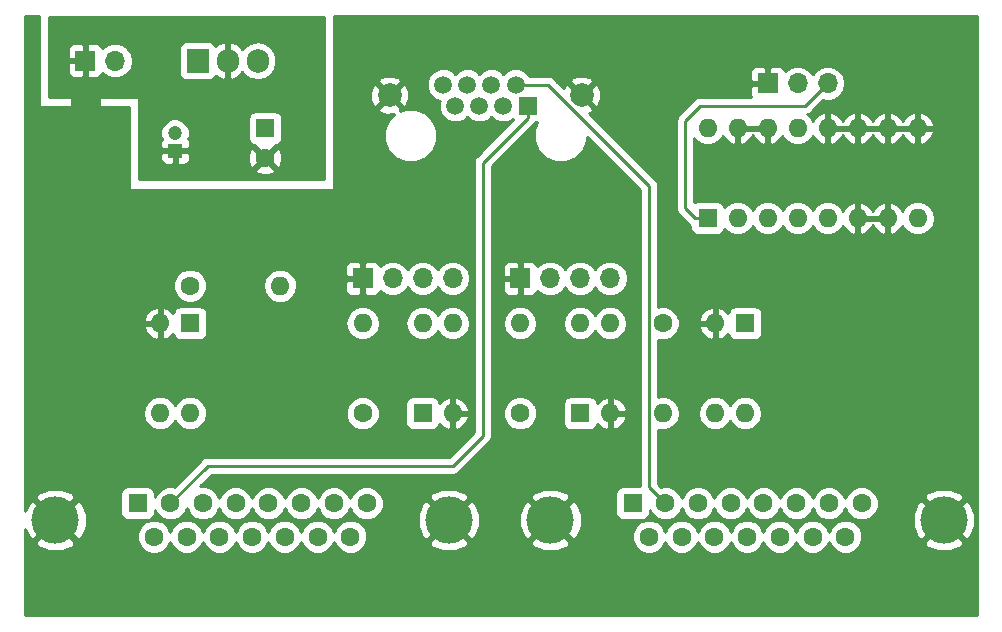
<source format=gbl>
G04 #@! TF.GenerationSoftware,KiCad,Pcbnew,(6.0.0-rc1-dev-392-gd9d005190)*
G04 #@! TF.CreationDate,2019-08-06T21:11:29-04:00*
G04 #@! TF.ProjectId,relay_ctrl_compressor_bainet,72656C61795F6374726C5F636F6D7072,rev?*
G04 #@! TF.SameCoordinates,Original*
G04 #@! TF.FileFunction,Copper,L2,Bot,Signal*
G04 #@! TF.FilePolarity,Positive*
%FSLAX46Y46*%
G04 Gerber Fmt 4.6, Leading zero omitted, Abs format (unit mm)*
G04 Created by KiCad (PCBNEW (6.0.0-rc1-dev-392-gd9d005190)) date 08/06/19 21:11:29*
%MOMM*%
%LPD*%
G01*
G04 APERTURE LIST*
G04 #@! TA.AperFunction,ComponentPad*
%ADD10C,4.000000*%
G04 #@! TD*
G04 #@! TA.AperFunction,ComponentPad*
%ADD11C,1.600000*%
G04 #@! TD*
G04 #@! TA.AperFunction,ComponentPad*
%ADD12R,1.600000X1.600000*%
G04 #@! TD*
G04 #@! TA.AperFunction,ComponentPad*
%ADD13O,1.600000X1.600000*%
G04 #@! TD*
G04 #@! TA.AperFunction,ComponentPad*
%ADD14O,1.905000X2.000000*%
G04 #@! TD*
G04 #@! TA.AperFunction,ComponentPad*
%ADD15R,1.905000X2.000000*%
G04 #@! TD*
G04 #@! TA.AperFunction,ComponentPad*
%ADD16O,1.700000X1.700000*%
G04 #@! TD*
G04 #@! TA.AperFunction,ComponentPad*
%ADD17R,1.700000X1.700000*%
G04 #@! TD*
G04 #@! TA.AperFunction,ComponentPad*
%ADD18C,2.000000*%
G04 #@! TD*
G04 #@! TA.AperFunction,ComponentPad*
%ADD19C,1.500000*%
G04 #@! TD*
G04 #@! TA.AperFunction,ComponentPad*
%ADD20R,1.500000X1.500000*%
G04 #@! TD*
G04 #@! TA.AperFunction,ComponentPad*
%ADD21C,1.200000*%
G04 #@! TD*
G04 #@! TA.AperFunction,ComponentPad*
%ADD22R,1.200000X1.200000*%
G04 #@! TD*
G04 #@! TA.AperFunction,Conductor*
%ADD23C,0.250000*%
G04 #@! TD*
G04 #@! TA.AperFunction,Conductor*
%ADD24C,0.254000*%
G04 #@! TD*
G04 APERTURE END LIST*
D10*
G04 #@! TO.P,J2,0*
G04 #@! TO.N,GND*
X159060000Y-125245000D03*
X125760000Y-125245000D03*
D11*
G04 #@! TO.P,J2,15*
G04 #@! TO.N,Net-(J2-Pad15)*
X150720000Y-126665000D03*
G04 #@! TO.P,J2,14*
G04 #@! TO.N,Net-(J2-Pad14)*
X147950000Y-126665000D03*
G04 #@! TO.P,J2,13*
G04 #@! TO.N,/Compressor2_remoteinterlock*
X145180000Y-126665000D03*
G04 #@! TO.P,J2,12*
G04 #@! TO.N,Net-(J2-Pad12)*
X142410000Y-126665000D03*
G04 #@! TO.P,J2,11*
G04 #@! TO.N,Net-(J2-Pad11)*
X139640000Y-126665000D03*
G04 #@! TO.P,J2,10*
G04 #@! TO.N,/Compressor2_24Vreturn*
X136870000Y-126665000D03*
G04 #@! TO.P,J2,9*
G04 #@! TO.N,Net-(J2-Pad11)*
X134100000Y-126665000D03*
G04 #@! TO.P,J2,8*
G04 #@! TO.N,Net-(J2-Pad8)*
X152105000Y-123825000D03*
G04 #@! TO.P,J2,7*
G04 #@! TO.N,Net-(J2-Pad7)*
X149335000Y-123825000D03*
G04 #@! TO.P,J2,6*
G04 #@! TO.N,Net-(J2-Pad6)*
X146565000Y-123825000D03*
G04 #@! TO.P,J2,5*
G04 #@! TO.N,Net-(J2-Pad5)*
X143795000Y-123825000D03*
G04 #@! TO.P,J2,4*
G04 #@! TO.N,Net-(J2-Pad4)*
X141025000Y-123825000D03*
G04 #@! TO.P,J2,3*
G04 #@! TO.N,Net-(J2-Pad3)*
X138255000Y-123825000D03*
G04 #@! TO.P,J2,2*
G04 #@! TO.N,Compressor2_active*
X135485000Y-123825000D03*
D12*
G04 #@! TO.P,J2,1*
G04 #@! TO.N,+5V*
X132715000Y-123825000D03*
G04 #@! TD*
D10*
G04 #@! TO.P,J1,0*
G04 #@! TO.N,GND*
X117150000Y-125245000D03*
X83850000Y-125245000D03*
D11*
G04 #@! TO.P,J1,15*
G04 #@! TO.N,Net-(J1-Pad15)*
X108810000Y-126665000D03*
G04 #@! TO.P,J1,14*
G04 #@! TO.N,Net-(J1-Pad14)*
X106040000Y-126665000D03*
G04 #@! TO.P,J1,13*
G04 #@! TO.N,/Compressor1_remoteinterlock*
X103270000Y-126665000D03*
G04 #@! TO.P,J1,12*
G04 #@! TO.N,Net-(J1-Pad12)*
X100500000Y-126665000D03*
G04 #@! TO.P,J1,11*
G04 #@! TO.N,Net-(J1-Pad11)*
X97730000Y-126665000D03*
G04 #@! TO.P,J1,10*
G04 #@! TO.N,/Compressor1_24Vreturn*
X94960000Y-126665000D03*
G04 #@! TO.P,J1,9*
G04 #@! TO.N,Net-(J1-Pad11)*
X92190000Y-126665000D03*
G04 #@! TO.P,J1,8*
G04 #@! TO.N,Net-(J1-Pad8)*
X110195000Y-123825000D03*
G04 #@! TO.P,J1,7*
G04 #@! TO.N,Net-(J1-Pad7)*
X107425000Y-123825000D03*
G04 #@! TO.P,J1,6*
G04 #@! TO.N,Net-(J1-Pad6)*
X104655000Y-123825000D03*
G04 #@! TO.P,J1,5*
G04 #@! TO.N,Net-(J1-Pad5)*
X101885000Y-123825000D03*
G04 #@! TO.P,J1,4*
G04 #@! TO.N,Net-(J1-Pad4)*
X99115000Y-123825000D03*
G04 #@! TO.P,J1,3*
G04 #@! TO.N,Net-(J1-Pad3)*
X96345000Y-123825000D03*
G04 #@! TO.P,J1,2*
G04 #@! TO.N,Compressor1_active*
X93575000Y-123825000D03*
D12*
G04 #@! TO.P,J1,1*
G04 #@! TO.N,+5V*
X90805000Y-123825000D03*
G04 #@! TD*
D13*
G04 #@! TO.P,R3,2*
G04 #@! TO.N,Compressor1_interlock*
X102870000Y-105410000D03*
D11*
G04 #@! TO.P,R3,1*
G04 #@! TO.N,Net-(R3-Pad1)*
X95250000Y-105410000D03*
G04 #@! TD*
D13*
G04 #@! TO.P,U5,4*
G04 #@! TO.N,/Compressor1_remoteinterlock*
X95250000Y-116205000D03*
G04 #@! TO.P,U5,2*
G04 #@! TO.N,GND*
X92710000Y-108585000D03*
G04 #@! TO.P,U5,3*
G04 #@! TO.N,/Compressor1_24Vreturn*
X92710000Y-116205000D03*
D12*
G04 #@! TO.P,U5,1*
G04 #@! TO.N,Net-(R3-Pad1)*
X95250000Y-108585000D03*
G04 #@! TD*
D13*
G04 #@! TO.P,U6,4*
G04 #@! TO.N,/Compressor2_remoteinterlock*
X142240000Y-116205000D03*
G04 #@! TO.P,U6,2*
G04 #@! TO.N,GND*
X139700000Y-108585000D03*
G04 #@! TO.P,U6,3*
G04 #@! TO.N,/Compressor2_24Vreturn*
X139700000Y-116205000D03*
D12*
G04 #@! TO.P,U6,1*
G04 #@! TO.N,Net-(R4-Pad1)*
X142240000Y-108585000D03*
G04 #@! TD*
D13*
G04 #@! TO.P,U4,4*
G04 #@! TO.N,/Backing2_pin3*
X128270000Y-108585000D03*
G04 #@! TO.P,U4,2*
G04 #@! TO.N,GND*
X130810000Y-116205000D03*
G04 #@! TO.P,U4,3*
G04 #@! TO.N,/Backing2_10Vreference*
X130810000Y-108585000D03*
D12*
G04 #@! TO.P,U4,1*
G04 #@! TO.N,Net-(R2-Pad1)*
X128270000Y-116205000D03*
G04 #@! TD*
D13*
G04 #@! TO.P,U3,4*
G04 #@! TO.N,/Backing1_pin3*
X114935000Y-108585000D03*
G04 #@! TO.P,U3,2*
G04 #@! TO.N,GND*
X117475000Y-116205000D03*
G04 #@! TO.P,U3,3*
G04 #@! TO.N,/Backing1_10Vreference*
X117475000Y-108585000D03*
D12*
G04 #@! TO.P,U3,1*
G04 #@! TO.N,Net-(R1-Pad1)*
X114935000Y-116205000D03*
G04 #@! TD*
D13*
G04 #@! TO.P,U2,16*
G04 #@! TO.N,+5V*
X139065000Y-92075000D03*
G04 #@! TO.P,U2,8*
G04 #@! TO.N,+10V*
X156845000Y-99695000D03*
G04 #@! TO.P,U2,15*
G04 #@! TO.N,GND*
X141605000Y-92075000D03*
G04 #@! TO.P,U2,7*
X154305000Y-99695000D03*
G04 #@! TO.P,U2,14*
X144145000Y-92075000D03*
G04 #@! TO.P,U2,6*
X151765000Y-99695000D03*
G04 #@! TO.P,U2,13*
G04 #@! TO.N,/select*
X146685000Y-92075000D03*
G04 #@! TO.P,U2,5*
G04 #@! TO.N,Backing2_status*
X149225000Y-99695000D03*
G04 #@! TO.P,U2,12*
G04 #@! TO.N,GND*
X149225000Y-92075000D03*
G04 #@! TO.P,U2,4*
G04 #@! TO.N,Backing2_active*
X146685000Y-99695000D03*
G04 #@! TO.P,U2,11*
G04 #@! TO.N,GND*
X151765000Y-92075000D03*
G04 #@! TO.P,U2,3*
G04 #@! TO.N,Backing1_status*
X144145000Y-99695000D03*
G04 #@! TO.P,U2,10*
G04 #@! TO.N,GND*
X154305000Y-92075000D03*
G04 #@! TO.P,U2,2*
G04 #@! TO.N,Backing1_active*
X141605000Y-99695000D03*
G04 #@! TO.P,U2,9*
G04 #@! TO.N,GND*
X156845000Y-92075000D03*
D12*
G04 #@! TO.P,U2,1*
G04 #@! TO.N,+10V*
X139065000Y-99695000D03*
G04 #@! TD*
D14*
G04 #@! TO.P,U1,3*
G04 #@! TO.N,+5V*
X100965000Y-86360000D03*
G04 #@! TO.P,U1,2*
G04 #@! TO.N,GND*
X98425000Y-86360000D03*
D15*
G04 #@! TO.P,U1,1*
G04 #@! TO.N,+10V*
X95885000Y-86360000D03*
G04 #@! TD*
D13*
G04 #@! TO.P,R4,2*
G04 #@! TO.N,Compressor2_interlock*
X135255000Y-116205000D03*
D11*
G04 #@! TO.P,R4,1*
G04 #@! TO.N,Net-(R4-Pad1)*
X135255000Y-108585000D03*
G04 #@! TD*
D13*
G04 #@! TO.P,R2,2*
G04 #@! TO.N,Backing2_interlock*
X123190000Y-108585000D03*
D11*
G04 #@! TO.P,R2,1*
G04 #@! TO.N,Net-(R2-Pad1)*
X123190000Y-116205000D03*
G04 #@! TD*
D13*
G04 #@! TO.P,R1,2*
G04 #@! TO.N,Backing1_interlock*
X109855000Y-108585000D03*
D11*
G04 #@! TO.P,R1,1*
G04 #@! TO.N,Net-(R1-Pad1)*
X109855000Y-116205000D03*
G04 #@! TD*
D16*
G04 #@! TO.P,J7,4*
G04 #@! TO.N,/Backing2_10Vreference*
X130810000Y-104775000D03*
G04 #@! TO.P,J7,3*
G04 #@! TO.N,/Backing2_pin3*
X128270000Y-104775000D03*
G04 #@! TO.P,J7,2*
G04 #@! TO.N,Backing2_status*
X125730000Y-104775000D03*
D17*
G04 #@! TO.P,J7,1*
G04 #@! TO.N,GND*
X123190000Y-104775000D03*
G04 #@! TD*
D16*
G04 #@! TO.P,J6,4*
G04 #@! TO.N,/Backing1_10Vreference*
X117475000Y-104775000D03*
G04 #@! TO.P,J6,3*
G04 #@! TO.N,/Backing1_pin3*
X114935000Y-104775000D03*
G04 #@! TO.P,J6,2*
G04 #@! TO.N,Backing1_status*
X112395000Y-104775000D03*
D17*
G04 #@! TO.P,J6,1*
G04 #@! TO.N,GND*
X109855000Y-104775000D03*
G04 #@! TD*
D16*
G04 #@! TO.P,J5,2*
G04 #@! TO.N,+10V*
X88900000Y-86360000D03*
D17*
G04 #@! TO.P,J5,1*
G04 #@! TO.N,GND*
X86360000Y-86360000D03*
G04 #@! TD*
D16*
G04 #@! TO.P,J4,3*
G04 #@! TO.N,+10V*
X149225000Y-88265000D03*
G04 #@! TO.P,J4,2*
G04 #@! TO.N,/select*
X146685000Y-88265000D03*
D17*
G04 #@! TO.P,J4,1*
G04 #@! TO.N,GND*
X144145000Y-88265000D03*
G04 #@! TD*
D18*
G04 #@! TO.P,J3,SH*
G04 #@! TO.N,GND*
X128395000Y-89280000D03*
X112135000Y-89280000D03*
D19*
G04 #@! TO.P,J3,8*
G04 #@! TO.N,Backing2_interlock*
X116685000Y-88390000D03*
G04 #@! TO.P,J3,6*
G04 #@! TO.N,Compressor2_interlock*
X118725000Y-88390000D03*
G04 #@! TO.P,J3,4*
G04 #@! TO.N,Backing2_active*
X120765000Y-88390000D03*
G04 #@! TO.P,J3,2*
G04 #@! TO.N,Compressor2_active*
X122805000Y-88390000D03*
G04 #@! TO.P,J3,7*
G04 #@! TO.N,Backing1_interlock*
X117705000Y-90170000D03*
G04 #@! TO.P,J3,5*
G04 #@! TO.N,Compressor1_interlock*
X119745000Y-90170000D03*
G04 #@! TO.P,J3,3*
G04 #@! TO.N,Backing1_active*
X121785000Y-90170000D03*
D20*
G04 #@! TO.P,J3,1*
G04 #@! TO.N,Compressor1_active*
X123825000Y-90170000D03*
G04 #@! TD*
D11*
G04 #@! TO.P,C2,2*
G04 #@! TO.N,GND*
X101600000Y-94575000D03*
D12*
G04 #@! TO.P,C2,1*
G04 #@! TO.N,+5V*
X101600000Y-92075000D03*
G04 #@! TD*
D21*
G04 #@! TO.P,C1,2*
G04 #@! TO.N,+10V*
X93980000Y-92480000D03*
D22*
G04 #@! TO.P,C1,1*
G04 #@! TO.N,GND*
X93980000Y-93980000D03*
G04 #@! TD*
D23*
G04 #@! TO.N,+10V*
X138015000Y-99695000D02*
X137160000Y-98840000D01*
X139065000Y-99695000D02*
X138015000Y-99695000D01*
X137160000Y-98840000D02*
X137160000Y-91440000D01*
X137160000Y-91440000D02*
X138430000Y-90170000D01*
X148375001Y-89114999D02*
X149225000Y-88265000D01*
X147320000Y-90170000D02*
X148375001Y-89114999D01*
X138430000Y-90170000D02*
X147320000Y-90170000D01*
G04 #@! TO.N,Compressor1_active*
X123825000Y-91170000D02*
X120015000Y-94980000D01*
X123825000Y-90170000D02*
X123825000Y-91170000D01*
X120015000Y-94980000D02*
X120015000Y-118110000D01*
X120015000Y-118110000D02*
X117475000Y-120650000D01*
X93575000Y-123825000D02*
X96750000Y-120650000D01*
X96750000Y-120650000D02*
X99695000Y-120650000D01*
X117475000Y-120650000D02*
X99695000Y-120650000D01*
G04 #@! TO.N,Compressor2_active*
X134129999Y-122469999D02*
X135485000Y-123825000D01*
X134129999Y-96976001D02*
X134129999Y-122469999D01*
X122805000Y-88390000D02*
X125543998Y-88390000D01*
X125543998Y-88390000D02*
X134129999Y-96976001D01*
G04 #@! TD*
D24*
G04 #@! TO.N,GND*
G36*
X106553000Y-96393000D02*
X90932000Y-96393000D01*
X90932000Y-95582745D01*
X100771861Y-95582745D01*
X100845995Y-95828864D01*
X101383223Y-96021965D01*
X101953454Y-95994778D01*
X102354005Y-95828864D01*
X102428139Y-95582745D01*
X101600000Y-94754605D01*
X100771861Y-95582745D01*
X90932000Y-95582745D01*
X90932000Y-94265750D01*
X92745000Y-94265750D01*
X92745000Y-94706309D01*
X92841673Y-94939698D01*
X93020301Y-95118327D01*
X93253690Y-95215000D01*
X93694250Y-95215000D01*
X93853000Y-95056250D01*
X93853000Y-94107000D01*
X94107000Y-94107000D01*
X94107000Y-95056250D01*
X94265750Y-95215000D01*
X94706310Y-95215000D01*
X94939699Y-95118327D01*
X95118327Y-94939698D01*
X95215000Y-94706309D01*
X95215000Y-94358223D01*
X100153035Y-94358223D01*
X100180222Y-94928454D01*
X100346136Y-95329005D01*
X100592255Y-95403139D01*
X101420395Y-94575000D01*
X101779605Y-94575000D01*
X102607745Y-95403139D01*
X102853864Y-95329005D01*
X103046965Y-94791777D01*
X103019778Y-94221546D01*
X102853864Y-93820995D01*
X102607745Y-93746861D01*
X101779605Y-94575000D01*
X101420395Y-94575000D01*
X100592255Y-93746861D01*
X100346136Y-93820995D01*
X100153035Y-94358223D01*
X95215000Y-94358223D01*
X95215000Y-94265750D01*
X95056250Y-94107000D01*
X94107000Y-94107000D01*
X93853000Y-94107000D01*
X92903750Y-94107000D01*
X92745000Y-94265750D01*
X90932000Y-94265750D01*
X90932000Y-92234343D01*
X92745000Y-92234343D01*
X92745000Y-92725657D01*
X92859615Y-93002360D01*
X92841673Y-93020302D01*
X92745000Y-93253691D01*
X92745000Y-93694250D01*
X92903750Y-93853000D01*
X93853000Y-93853000D01*
X93853000Y-93833000D01*
X94107000Y-93833000D01*
X94107000Y-93853000D01*
X95056250Y-93853000D01*
X95215000Y-93694250D01*
X95215000Y-93253691D01*
X95118327Y-93020302D01*
X95100385Y-93002360D01*
X95215000Y-92725657D01*
X95215000Y-92234343D01*
X95026982Y-91780429D01*
X94679571Y-91433018D01*
X94298084Y-91275000D01*
X100152560Y-91275000D01*
X100152560Y-92875000D01*
X100201843Y-93122765D01*
X100342191Y-93332809D01*
X100552235Y-93473157D01*
X100786187Y-93519693D01*
X100771861Y-93567255D01*
X101600000Y-94395395D01*
X102428139Y-93567255D01*
X102413813Y-93519693D01*
X102647765Y-93473157D01*
X102857809Y-93332809D01*
X102998157Y-93122765D01*
X103047440Y-92875000D01*
X103047440Y-91275000D01*
X102998157Y-91027235D01*
X102857809Y-90817191D01*
X102647765Y-90676843D01*
X102400000Y-90627560D01*
X100800000Y-90627560D01*
X100552235Y-90676843D01*
X100342191Y-90817191D01*
X100201843Y-91027235D01*
X100152560Y-91275000D01*
X94298084Y-91275000D01*
X94225657Y-91245000D01*
X93734343Y-91245000D01*
X93280429Y-91433018D01*
X92933018Y-91780429D01*
X92745000Y-92234343D01*
X90932000Y-92234343D01*
X90932000Y-89535000D01*
X90922333Y-89486399D01*
X90894803Y-89445197D01*
X90853601Y-89417667D01*
X90805000Y-89408000D01*
X83312000Y-89408000D01*
X83312000Y-86645750D01*
X84875000Y-86645750D01*
X84875000Y-87336309D01*
X84971673Y-87569698D01*
X85150301Y-87748327D01*
X85383690Y-87845000D01*
X86074250Y-87845000D01*
X86233000Y-87686250D01*
X86233000Y-86487000D01*
X85033750Y-86487000D01*
X84875000Y-86645750D01*
X83312000Y-86645750D01*
X83312000Y-85383691D01*
X84875000Y-85383691D01*
X84875000Y-86074250D01*
X85033750Y-86233000D01*
X86233000Y-86233000D01*
X86233000Y-85033750D01*
X86487000Y-85033750D01*
X86487000Y-86233000D01*
X86507000Y-86233000D01*
X86507000Y-86487000D01*
X86487000Y-86487000D01*
X86487000Y-87686250D01*
X86645750Y-87845000D01*
X87336310Y-87845000D01*
X87569699Y-87748327D01*
X87748327Y-87569698D01*
X87814904Y-87408967D01*
X87829375Y-87430625D01*
X88320582Y-87758839D01*
X88753744Y-87845000D01*
X89046256Y-87845000D01*
X89479418Y-87758839D01*
X89970625Y-87430625D01*
X90298839Y-86939418D01*
X90414092Y-86360000D01*
X90298839Y-85780582D01*
X90017816Y-85360000D01*
X94285060Y-85360000D01*
X94285060Y-87360000D01*
X94334343Y-87607765D01*
X94474691Y-87817809D01*
X94684735Y-87958157D01*
X94932500Y-88007440D01*
X96837500Y-88007440D01*
X97085265Y-87958157D01*
X97295309Y-87817809D01*
X97432255Y-87612857D01*
X97558076Y-87735973D01*
X98052020Y-87950563D01*
X98298000Y-87830594D01*
X98298000Y-86487000D01*
X98278000Y-86487000D01*
X98278000Y-86233000D01*
X98298000Y-86233000D01*
X98298000Y-84889406D01*
X98552000Y-84889406D01*
X98552000Y-86233000D01*
X98572000Y-86233000D01*
X98572000Y-86487000D01*
X98552000Y-86487000D01*
X98552000Y-87830594D01*
X98797980Y-87950563D01*
X99291924Y-87735973D01*
X99685841Y-87350526D01*
X99820477Y-87552023D01*
X100345590Y-87902891D01*
X100965000Y-88026100D01*
X101584411Y-87902891D01*
X102109523Y-87552023D01*
X102460391Y-87026910D01*
X102552500Y-86563849D01*
X102552500Y-86156150D01*
X102460391Y-85693089D01*
X102109523Y-85167977D01*
X101584410Y-84817109D01*
X100965000Y-84693900D01*
X100345589Y-84817109D01*
X99820477Y-85167977D01*
X99685841Y-85369474D01*
X99291924Y-84984027D01*
X98797980Y-84769437D01*
X98552000Y-84889406D01*
X98298000Y-84889406D01*
X98052020Y-84769437D01*
X97558076Y-84984027D01*
X97432255Y-85107143D01*
X97295309Y-84902191D01*
X97085265Y-84761843D01*
X96837500Y-84712560D01*
X94932500Y-84712560D01*
X94684735Y-84761843D01*
X94474691Y-84902191D01*
X94334343Y-85112235D01*
X94285060Y-85360000D01*
X90017816Y-85360000D01*
X89970625Y-85289375D01*
X89479418Y-84961161D01*
X89046256Y-84875000D01*
X88753744Y-84875000D01*
X88320582Y-84961161D01*
X87829375Y-85289375D01*
X87814904Y-85311033D01*
X87748327Y-85150302D01*
X87569699Y-84971673D01*
X87336310Y-84875000D01*
X86645750Y-84875000D01*
X86487000Y-85033750D01*
X86233000Y-85033750D01*
X86074250Y-84875000D01*
X85383690Y-84875000D01*
X85150301Y-84971673D01*
X84971673Y-85150302D01*
X84875000Y-85383691D01*
X83312000Y-85383691D01*
X83312000Y-82677000D01*
X106553000Y-82677000D01*
X106553000Y-96393000D01*
X106553000Y-96393000D01*
G37*
X106553000Y-96393000D02*
X90932000Y-96393000D01*
X90932000Y-95582745D01*
X100771861Y-95582745D01*
X100845995Y-95828864D01*
X101383223Y-96021965D01*
X101953454Y-95994778D01*
X102354005Y-95828864D01*
X102428139Y-95582745D01*
X101600000Y-94754605D01*
X100771861Y-95582745D01*
X90932000Y-95582745D01*
X90932000Y-94265750D01*
X92745000Y-94265750D01*
X92745000Y-94706309D01*
X92841673Y-94939698D01*
X93020301Y-95118327D01*
X93253690Y-95215000D01*
X93694250Y-95215000D01*
X93853000Y-95056250D01*
X93853000Y-94107000D01*
X94107000Y-94107000D01*
X94107000Y-95056250D01*
X94265750Y-95215000D01*
X94706310Y-95215000D01*
X94939699Y-95118327D01*
X95118327Y-94939698D01*
X95215000Y-94706309D01*
X95215000Y-94358223D01*
X100153035Y-94358223D01*
X100180222Y-94928454D01*
X100346136Y-95329005D01*
X100592255Y-95403139D01*
X101420395Y-94575000D01*
X101779605Y-94575000D01*
X102607745Y-95403139D01*
X102853864Y-95329005D01*
X103046965Y-94791777D01*
X103019778Y-94221546D01*
X102853864Y-93820995D01*
X102607745Y-93746861D01*
X101779605Y-94575000D01*
X101420395Y-94575000D01*
X100592255Y-93746861D01*
X100346136Y-93820995D01*
X100153035Y-94358223D01*
X95215000Y-94358223D01*
X95215000Y-94265750D01*
X95056250Y-94107000D01*
X94107000Y-94107000D01*
X93853000Y-94107000D01*
X92903750Y-94107000D01*
X92745000Y-94265750D01*
X90932000Y-94265750D01*
X90932000Y-92234343D01*
X92745000Y-92234343D01*
X92745000Y-92725657D01*
X92859615Y-93002360D01*
X92841673Y-93020302D01*
X92745000Y-93253691D01*
X92745000Y-93694250D01*
X92903750Y-93853000D01*
X93853000Y-93853000D01*
X93853000Y-93833000D01*
X94107000Y-93833000D01*
X94107000Y-93853000D01*
X95056250Y-93853000D01*
X95215000Y-93694250D01*
X95215000Y-93253691D01*
X95118327Y-93020302D01*
X95100385Y-93002360D01*
X95215000Y-92725657D01*
X95215000Y-92234343D01*
X95026982Y-91780429D01*
X94679571Y-91433018D01*
X94298084Y-91275000D01*
X100152560Y-91275000D01*
X100152560Y-92875000D01*
X100201843Y-93122765D01*
X100342191Y-93332809D01*
X100552235Y-93473157D01*
X100786187Y-93519693D01*
X100771861Y-93567255D01*
X101600000Y-94395395D01*
X102428139Y-93567255D01*
X102413813Y-93519693D01*
X102647765Y-93473157D01*
X102857809Y-93332809D01*
X102998157Y-93122765D01*
X103047440Y-92875000D01*
X103047440Y-91275000D01*
X102998157Y-91027235D01*
X102857809Y-90817191D01*
X102647765Y-90676843D01*
X102400000Y-90627560D01*
X100800000Y-90627560D01*
X100552235Y-90676843D01*
X100342191Y-90817191D01*
X100201843Y-91027235D01*
X100152560Y-91275000D01*
X94298084Y-91275000D01*
X94225657Y-91245000D01*
X93734343Y-91245000D01*
X93280429Y-91433018D01*
X92933018Y-91780429D01*
X92745000Y-92234343D01*
X90932000Y-92234343D01*
X90932000Y-89535000D01*
X90922333Y-89486399D01*
X90894803Y-89445197D01*
X90853601Y-89417667D01*
X90805000Y-89408000D01*
X83312000Y-89408000D01*
X83312000Y-86645750D01*
X84875000Y-86645750D01*
X84875000Y-87336309D01*
X84971673Y-87569698D01*
X85150301Y-87748327D01*
X85383690Y-87845000D01*
X86074250Y-87845000D01*
X86233000Y-87686250D01*
X86233000Y-86487000D01*
X85033750Y-86487000D01*
X84875000Y-86645750D01*
X83312000Y-86645750D01*
X83312000Y-85383691D01*
X84875000Y-85383691D01*
X84875000Y-86074250D01*
X85033750Y-86233000D01*
X86233000Y-86233000D01*
X86233000Y-85033750D01*
X86487000Y-85033750D01*
X86487000Y-86233000D01*
X86507000Y-86233000D01*
X86507000Y-86487000D01*
X86487000Y-86487000D01*
X86487000Y-87686250D01*
X86645750Y-87845000D01*
X87336310Y-87845000D01*
X87569699Y-87748327D01*
X87748327Y-87569698D01*
X87814904Y-87408967D01*
X87829375Y-87430625D01*
X88320582Y-87758839D01*
X88753744Y-87845000D01*
X89046256Y-87845000D01*
X89479418Y-87758839D01*
X89970625Y-87430625D01*
X90298839Y-86939418D01*
X90414092Y-86360000D01*
X90298839Y-85780582D01*
X90017816Y-85360000D01*
X94285060Y-85360000D01*
X94285060Y-87360000D01*
X94334343Y-87607765D01*
X94474691Y-87817809D01*
X94684735Y-87958157D01*
X94932500Y-88007440D01*
X96837500Y-88007440D01*
X97085265Y-87958157D01*
X97295309Y-87817809D01*
X97432255Y-87612857D01*
X97558076Y-87735973D01*
X98052020Y-87950563D01*
X98298000Y-87830594D01*
X98298000Y-86487000D01*
X98278000Y-86487000D01*
X98278000Y-86233000D01*
X98298000Y-86233000D01*
X98298000Y-84889406D01*
X98552000Y-84889406D01*
X98552000Y-86233000D01*
X98572000Y-86233000D01*
X98572000Y-86487000D01*
X98552000Y-86487000D01*
X98552000Y-87830594D01*
X98797980Y-87950563D01*
X99291924Y-87735973D01*
X99685841Y-87350526D01*
X99820477Y-87552023D01*
X100345590Y-87902891D01*
X100965000Y-88026100D01*
X101584411Y-87902891D01*
X102109523Y-87552023D01*
X102460391Y-87026910D01*
X102552500Y-86563849D01*
X102552500Y-86156150D01*
X102460391Y-85693089D01*
X102109523Y-85167977D01*
X101584410Y-84817109D01*
X100965000Y-84693900D01*
X100345589Y-84817109D01*
X99820477Y-85167977D01*
X99685841Y-85369474D01*
X99291924Y-84984027D01*
X98797980Y-84769437D01*
X98552000Y-84889406D01*
X98298000Y-84889406D01*
X98052020Y-84769437D01*
X97558076Y-84984027D01*
X97432255Y-85107143D01*
X97295309Y-84902191D01*
X97085265Y-84761843D01*
X96837500Y-84712560D01*
X94932500Y-84712560D01*
X94684735Y-84761843D01*
X94474691Y-84902191D01*
X94334343Y-85112235D01*
X94285060Y-85360000D01*
X90017816Y-85360000D01*
X89970625Y-85289375D01*
X89479418Y-84961161D01*
X89046256Y-84875000D01*
X88753744Y-84875000D01*
X88320582Y-84961161D01*
X87829375Y-85289375D01*
X87814904Y-85311033D01*
X87748327Y-85150302D01*
X87569699Y-84971673D01*
X87336310Y-84875000D01*
X86645750Y-84875000D01*
X86487000Y-85033750D01*
X86233000Y-85033750D01*
X86074250Y-84875000D01*
X85383690Y-84875000D01*
X85150301Y-84971673D01*
X84971673Y-85150302D01*
X84875000Y-85383691D01*
X83312000Y-85383691D01*
X83312000Y-82677000D01*
X106553000Y-82677000D01*
X106553000Y-96393000D01*
G36*
X87503000Y-91313000D02*
X85217000Y-91313000D01*
X85217000Y-89027000D01*
X87503000Y-89027000D01*
X87503000Y-91313000D01*
X87503000Y-91313000D01*
G37*
X87503000Y-91313000D02*
X85217000Y-91313000D01*
X85217000Y-89027000D01*
X87503000Y-89027000D01*
X87503000Y-91313000D01*
G36*
X82423000Y-90170000D02*
X82432667Y-90218601D01*
X82460197Y-90259803D01*
X82501399Y-90287333D01*
X82550000Y-90297000D01*
X90043000Y-90297000D01*
X90043000Y-97155000D01*
X90052667Y-97203601D01*
X90080197Y-97244803D01*
X90121399Y-97272333D01*
X90170000Y-97282000D01*
X107315000Y-97282000D01*
X107363601Y-97272333D01*
X107404803Y-97244803D01*
X107432333Y-97203601D01*
X107442000Y-97155000D01*
X107442000Y-90432532D01*
X111162073Y-90432532D01*
X111260736Y-90699387D01*
X111870461Y-90925908D01*
X112520460Y-90901856D01*
X112531662Y-90897216D01*
X111999065Y-91429813D01*
X111655000Y-92260458D01*
X111655000Y-93159542D01*
X111999065Y-93990187D01*
X112634813Y-94625935D01*
X113465458Y-94970000D01*
X114364542Y-94970000D01*
X115195187Y-94625935D01*
X115830935Y-93990187D01*
X116175000Y-93159542D01*
X116175000Y-92260458D01*
X115830935Y-91429813D01*
X115195187Y-90794065D01*
X114364542Y-90450000D01*
X113465458Y-90450000D01*
X113035645Y-90628035D01*
X113107927Y-90432532D01*
X112135000Y-89459605D01*
X111162073Y-90432532D01*
X107442000Y-90432532D01*
X107442000Y-89015461D01*
X110489092Y-89015461D01*
X110513144Y-89665460D01*
X110715613Y-90154264D01*
X110982468Y-90252927D01*
X111955395Y-89280000D01*
X112314605Y-89280000D01*
X113287532Y-90252927D01*
X113554387Y-90154264D01*
X113780908Y-89544539D01*
X113756856Y-88894540D01*
X113554387Y-88405736D01*
X113287532Y-88307073D01*
X112314605Y-89280000D01*
X111955395Y-89280000D01*
X110982468Y-88307073D01*
X110715613Y-88405736D01*
X110489092Y-89015461D01*
X107442000Y-89015461D01*
X107442000Y-88127468D01*
X111162073Y-88127468D01*
X112135000Y-89100395D01*
X113107927Y-88127468D01*
X113009264Y-87860613D01*
X112399539Y-87634092D01*
X111749540Y-87658144D01*
X111260736Y-87860613D01*
X111162073Y-88127468D01*
X107442000Y-88127468D01*
X107442000Y-82575000D01*
X161900000Y-82575000D01*
X161900001Y-133325000D01*
X81305000Y-133325000D01*
X81305000Y-127120022D01*
X82154584Y-127120022D01*
X82375353Y-127490743D01*
X83347012Y-127884119D01*
X84395247Y-127875713D01*
X85324647Y-127490743D01*
X85545416Y-127120022D01*
X83850000Y-125424605D01*
X82154584Y-127120022D01*
X81305000Y-127120022D01*
X81305000Y-125997177D01*
X81604257Y-126719647D01*
X81974978Y-126940416D01*
X83670395Y-125245000D01*
X84029605Y-125245000D01*
X85725022Y-126940416D01*
X86095743Y-126719647D01*
X86233426Y-126379561D01*
X90755000Y-126379561D01*
X90755000Y-126950439D01*
X90973466Y-127477862D01*
X91377138Y-127881534D01*
X91904561Y-128100000D01*
X92475439Y-128100000D01*
X93002862Y-127881534D01*
X93406534Y-127477862D01*
X93575000Y-127071150D01*
X93743466Y-127477862D01*
X94147138Y-127881534D01*
X94674561Y-128100000D01*
X95245439Y-128100000D01*
X95772862Y-127881534D01*
X96176534Y-127477862D01*
X96345000Y-127071150D01*
X96513466Y-127477862D01*
X96917138Y-127881534D01*
X97444561Y-128100000D01*
X98015439Y-128100000D01*
X98542862Y-127881534D01*
X98946534Y-127477862D01*
X99115000Y-127071150D01*
X99283466Y-127477862D01*
X99687138Y-127881534D01*
X100214561Y-128100000D01*
X100785439Y-128100000D01*
X101312862Y-127881534D01*
X101716534Y-127477862D01*
X101885000Y-127071150D01*
X102053466Y-127477862D01*
X102457138Y-127881534D01*
X102984561Y-128100000D01*
X103555439Y-128100000D01*
X104082862Y-127881534D01*
X104486534Y-127477862D01*
X104655000Y-127071150D01*
X104823466Y-127477862D01*
X105227138Y-127881534D01*
X105754561Y-128100000D01*
X106325439Y-128100000D01*
X106852862Y-127881534D01*
X107256534Y-127477862D01*
X107425000Y-127071150D01*
X107593466Y-127477862D01*
X107997138Y-127881534D01*
X108524561Y-128100000D01*
X109095439Y-128100000D01*
X109622862Y-127881534D01*
X110026534Y-127477862D01*
X110174756Y-127120022D01*
X115454584Y-127120022D01*
X115675353Y-127490743D01*
X116647012Y-127884119D01*
X117695247Y-127875713D01*
X118624647Y-127490743D01*
X118845416Y-127120022D01*
X124064584Y-127120022D01*
X124285353Y-127490743D01*
X125257012Y-127884119D01*
X126305247Y-127875713D01*
X127234647Y-127490743D01*
X127455416Y-127120022D01*
X125760000Y-125424605D01*
X124064584Y-127120022D01*
X118845416Y-127120022D01*
X117150000Y-125424605D01*
X115454584Y-127120022D01*
X110174756Y-127120022D01*
X110245000Y-126950439D01*
X110245000Y-126379561D01*
X110026534Y-125852138D01*
X109622862Y-125448466D01*
X109095439Y-125230000D01*
X108524561Y-125230000D01*
X107997138Y-125448466D01*
X107593466Y-125852138D01*
X107425000Y-126258850D01*
X107256534Y-125852138D01*
X106852862Y-125448466D01*
X106325439Y-125230000D01*
X105754561Y-125230000D01*
X105227138Y-125448466D01*
X104823466Y-125852138D01*
X104655000Y-126258850D01*
X104486534Y-125852138D01*
X104082862Y-125448466D01*
X103555439Y-125230000D01*
X102984561Y-125230000D01*
X102457138Y-125448466D01*
X102053466Y-125852138D01*
X101885000Y-126258850D01*
X101716534Y-125852138D01*
X101312862Y-125448466D01*
X100785439Y-125230000D01*
X100214561Y-125230000D01*
X99687138Y-125448466D01*
X99283466Y-125852138D01*
X99115000Y-126258850D01*
X98946534Y-125852138D01*
X98542862Y-125448466D01*
X98015439Y-125230000D01*
X97444561Y-125230000D01*
X96917138Y-125448466D01*
X96513466Y-125852138D01*
X96345000Y-126258850D01*
X96176534Y-125852138D01*
X95772862Y-125448466D01*
X95245439Y-125230000D01*
X94674561Y-125230000D01*
X94147138Y-125448466D01*
X93743466Y-125852138D01*
X93575000Y-126258850D01*
X93406534Y-125852138D01*
X93002862Y-125448466D01*
X92475439Y-125230000D01*
X91904561Y-125230000D01*
X91377138Y-125448466D01*
X90973466Y-125852138D01*
X90755000Y-126379561D01*
X86233426Y-126379561D01*
X86489119Y-125747988D01*
X86480713Y-124699753D01*
X86095743Y-123770353D01*
X85725022Y-123549584D01*
X84029605Y-125245000D01*
X83670395Y-125245000D01*
X81974978Y-123549584D01*
X81604257Y-123770353D01*
X81305000Y-124509533D01*
X81305000Y-123369978D01*
X82154584Y-123369978D01*
X83850000Y-125065395D01*
X85545416Y-123369978D01*
X85339978Y-123025000D01*
X89357560Y-123025000D01*
X89357560Y-124625000D01*
X89406843Y-124872765D01*
X89547191Y-125082809D01*
X89757235Y-125223157D01*
X90005000Y-125272440D01*
X91605000Y-125272440D01*
X91852765Y-125223157D01*
X92062809Y-125082809D01*
X92203157Y-124872765D01*
X92252440Y-124625000D01*
X92252440Y-124381893D01*
X92358466Y-124637862D01*
X92762138Y-125041534D01*
X93289561Y-125260000D01*
X93860439Y-125260000D01*
X94387862Y-125041534D01*
X94791534Y-124637862D01*
X94960000Y-124231150D01*
X95128466Y-124637862D01*
X95532138Y-125041534D01*
X96059561Y-125260000D01*
X96630439Y-125260000D01*
X97157862Y-125041534D01*
X97561534Y-124637862D01*
X97730000Y-124231150D01*
X97898466Y-124637862D01*
X98302138Y-125041534D01*
X98829561Y-125260000D01*
X99400439Y-125260000D01*
X99927862Y-125041534D01*
X100331534Y-124637862D01*
X100500000Y-124231150D01*
X100668466Y-124637862D01*
X101072138Y-125041534D01*
X101599561Y-125260000D01*
X102170439Y-125260000D01*
X102697862Y-125041534D01*
X103101534Y-124637862D01*
X103270000Y-124231150D01*
X103438466Y-124637862D01*
X103842138Y-125041534D01*
X104369561Y-125260000D01*
X104940439Y-125260000D01*
X105467862Y-125041534D01*
X105871534Y-124637862D01*
X106040000Y-124231150D01*
X106208466Y-124637862D01*
X106612138Y-125041534D01*
X107139561Y-125260000D01*
X107710439Y-125260000D01*
X108237862Y-125041534D01*
X108641534Y-124637862D01*
X108810000Y-124231150D01*
X108978466Y-124637862D01*
X109382138Y-125041534D01*
X109909561Y-125260000D01*
X110480439Y-125260000D01*
X111007862Y-125041534D01*
X111307384Y-124742012D01*
X114510881Y-124742012D01*
X114519287Y-125790247D01*
X114904257Y-126719647D01*
X115274978Y-126940416D01*
X116970395Y-125245000D01*
X117329605Y-125245000D01*
X119025022Y-126940416D01*
X119395743Y-126719647D01*
X119789119Y-125747988D01*
X119781052Y-124742012D01*
X123120881Y-124742012D01*
X123129287Y-125790247D01*
X123514257Y-126719647D01*
X123884978Y-126940416D01*
X125580395Y-125245000D01*
X125939605Y-125245000D01*
X127635022Y-126940416D01*
X128005743Y-126719647D01*
X128143426Y-126379561D01*
X132665000Y-126379561D01*
X132665000Y-126950439D01*
X132883466Y-127477862D01*
X133287138Y-127881534D01*
X133814561Y-128100000D01*
X134385439Y-128100000D01*
X134912862Y-127881534D01*
X135316534Y-127477862D01*
X135485000Y-127071150D01*
X135653466Y-127477862D01*
X136057138Y-127881534D01*
X136584561Y-128100000D01*
X137155439Y-128100000D01*
X137682862Y-127881534D01*
X138086534Y-127477862D01*
X138255000Y-127071150D01*
X138423466Y-127477862D01*
X138827138Y-127881534D01*
X139354561Y-128100000D01*
X139925439Y-128100000D01*
X140452862Y-127881534D01*
X140856534Y-127477862D01*
X141025000Y-127071150D01*
X141193466Y-127477862D01*
X141597138Y-127881534D01*
X142124561Y-128100000D01*
X142695439Y-128100000D01*
X143222862Y-127881534D01*
X143626534Y-127477862D01*
X143795000Y-127071150D01*
X143963466Y-127477862D01*
X144367138Y-127881534D01*
X144894561Y-128100000D01*
X145465439Y-128100000D01*
X145992862Y-127881534D01*
X146396534Y-127477862D01*
X146565000Y-127071150D01*
X146733466Y-127477862D01*
X147137138Y-127881534D01*
X147664561Y-128100000D01*
X148235439Y-128100000D01*
X148762862Y-127881534D01*
X149166534Y-127477862D01*
X149335000Y-127071150D01*
X149503466Y-127477862D01*
X149907138Y-127881534D01*
X150434561Y-128100000D01*
X151005439Y-128100000D01*
X151532862Y-127881534D01*
X151936534Y-127477862D01*
X152084756Y-127120022D01*
X157364584Y-127120022D01*
X157585353Y-127490743D01*
X158557012Y-127884119D01*
X159605247Y-127875713D01*
X160534647Y-127490743D01*
X160755416Y-127120022D01*
X159060000Y-125424605D01*
X157364584Y-127120022D01*
X152084756Y-127120022D01*
X152155000Y-126950439D01*
X152155000Y-126379561D01*
X151936534Y-125852138D01*
X151532862Y-125448466D01*
X151005439Y-125230000D01*
X150434561Y-125230000D01*
X149907138Y-125448466D01*
X149503466Y-125852138D01*
X149335000Y-126258850D01*
X149166534Y-125852138D01*
X148762862Y-125448466D01*
X148235439Y-125230000D01*
X147664561Y-125230000D01*
X147137138Y-125448466D01*
X146733466Y-125852138D01*
X146565000Y-126258850D01*
X146396534Y-125852138D01*
X145992862Y-125448466D01*
X145465439Y-125230000D01*
X144894561Y-125230000D01*
X144367138Y-125448466D01*
X143963466Y-125852138D01*
X143795000Y-126258850D01*
X143626534Y-125852138D01*
X143222862Y-125448466D01*
X142695439Y-125230000D01*
X142124561Y-125230000D01*
X141597138Y-125448466D01*
X141193466Y-125852138D01*
X141025000Y-126258850D01*
X140856534Y-125852138D01*
X140452862Y-125448466D01*
X139925439Y-125230000D01*
X139354561Y-125230000D01*
X138827138Y-125448466D01*
X138423466Y-125852138D01*
X138255000Y-126258850D01*
X138086534Y-125852138D01*
X137682862Y-125448466D01*
X137155439Y-125230000D01*
X136584561Y-125230000D01*
X136057138Y-125448466D01*
X135653466Y-125852138D01*
X135485000Y-126258850D01*
X135316534Y-125852138D01*
X134912862Y-125448466D01*
X134385439Y-125230000D01*
X133814561Y-125230000D01*
X133287138Y-125448466D01*
X132883466Y-125852138D01*
X132665000Y-126379561D01*
X128143426Y-126379561D01*
X128399119Y-125747988D01*
X128390713Y-124699753D01*
X128005743Y-123770353D01*
X127635022Y-123549584D01*
X125939605Y-125245000D01*
X125580395Y-125245000D01*
X123884978Y-123549584D01*
X123514257Y-123770353D01*
X123120881Y-124742012D01*
X119781052Y-124742012D01*
X119780713Y-124699753D01*
X119395743Y-123770353D01*
X119025022Y-123549584D01*
X117329605Y-125245000D01*
X116970395Y-125245000D01*
X115274978Y-123549584D01*
X114904257Y-123770353D01*
X114510881Y-124742012D01*
X111307384Y-124742012D01*
X111411534Y-124637862D01*
X111630000Y-124110439D01*
X111630000Y-123539561D01*
X111559757Y-123369978D01*
X115454584Y-123369978D01*
X117150000Y-125065395D01*
X118845416Y-123369978D01*
X124064584Y-123369978D01*
X125760000Y-125065395D01*
X127455416Y-123369978D01*
X127234647Y-122999257D01*
X126262988Y-122605881D01*
X125214753Y-122614287D01*
X124285353Y-122999257D01*
X124064584Y-123369978D01*
X118845416Y-123369978D01*
X118624647Y-122999257D01*
X117652988Y-122605881D01*
X116604753Y-122614287D01*
X115675353Y-122999257D01*
X115454584Y-123369978D01*
X111559757Y-123369978D01*
X111411534Y-123012138D01*
X111007862Y-122608466D01*
X110480439Y-122390000D01*
X109909561Y-122390000D01*
X109382138Y-122608466D01*
X108978466Y-123012138D01*
X108810000Y-123418850D01*
X108641534Y-123012138D01*
X108237862Y-122608466D01*
X107710439Y-122390000D01*
X107139561Y-122390000D01*
X106612138Y-122608466D01*
X106208466Y-123012138D01*
X106040000Y-123418850D01*
X105871534Y-123012138D01*
X105467862Y-122608466D01*
X104940439Y-122390000D01*
X104369561Y-122390000D01*
X103842138Y-122608466D01*
X103438466Y-123012138D01*
X103270000Y-123418850D01*
X103101534Y-123012138D01*
X102697862Y-122608466D01*
X102170439Y-122390000D01*
X101599561Y-122390000D01*
X101072138Y-122608466D01*
X100668466Y-123012138D01*
X100500000Y-123418850D01*
X100331534Y-123012138D01*
X99927862Y-122608466D01*
X99400439Y-122390000D01*
X98829561Y-122390000D01*
X98302138Y-122608466D01*
X97898466Y-123012138D01*
X97730000Y-123418850D01*
X97561534Y-123012138D01*
X97157862Y-122608466D01*
X96630439Y-122390000D01*
X96084802Y-122390000D01*
X97064802Y-121410000D01*
X117400153Y-121410000D01*
X117475000Y-121424888D01*
X117549847Y-121410000D01*
X117549852Y-121410000D01*
X117771537Y-121365904D01*
X118022929Y-121197929D01*
X118065331Y-121134470D01*
X120499476Y-118700327D01*
X120562929Y-118657929D01*
X120605327Y-118594476D01*
X120605329Y-118594474D01*
X120730903Y-118406538D01*
X120730904Y-118406537D01*
X120775000Y-118184852D01*
X120775000Y-118184848D01*
X120789888Y-118110001D01*
X120775000Y-118035154D01*
X120775000Y-115919561D01*
X121755000Y-115919561D01*
X121755000Y-116490439D01*
X121973466Y-117017862D01*
X122377138Y-117421534D01*
X122904561Y-117640000D01*
X123475439Y-117640000D01*
X124002862Y-117421534D01*
X124406534Y-117017862D01*
X124625000Y-116490439D01*
X124625000Y-115919561D01*
X124411862Y-115405000D01*
X126822560Y-115405000D01*
X126822560Y-117005000D01*
X126871843Y-117252765D01*
X127012191Y-117462809D01*
X127222235Y-117603157D01*
X127470000Y-117652440D01*
X129070000Y-117652440D01*
X129317765Y-117603157D01*
X129527809Y-117462809D01*
X129668157Y-117252765D01*
X129699013Y-117097639D01*
X130072577Y-117436041D01*
X130460961Y-117596904D01*
X130683000Y-117474915D01*
X130683000Y-116332000D01*
X130937000Y-116332000D01*
X130937000Y-117474915D01*
X131159039Y-117596904D01*
X131547423Y-117436041D01*
X131962389Y-117060134D01*
X132201914Y-116554041D01*
X132080629Y-116332000D01*
X130937000Y-116332000D01*
X130683000Y-116332000D01*
X130663000Y-116332000D01*
X130663000Y-116078000D01*
X130683000Y-116078000D01*
X130683000Y-114935085D01*
X130937000Y-114935085D01*
X130937000Y-116078000D01*
X132080629Y-116078000D01*
X132201914Y-115855959D01*
X131962389Y-115349866D01*
X131547423Y-114973959D01*
X131159039Y-114813096D01*
X130937000Y-114935085D01*
X130683000Y-114935085D01*
X130460961Y-114813096D01*
X130072577Y-114973959D01*
X129699013Y-115312361D01*
X129668157Y-115157235D01*
X129527809Y-114947191D01*
X129317765Y-114806843D01*
X129070000Y-114757560D01*
X127470000Y-114757560D01*
X127222235Y-114806843D01*
X127012191Y-114947191D01*
X126871843Y-115157235D01*
X126822560Y-115405000D01*
X124411862Y-115405000D01*
X124406534Y-115392138D01*
X124002862Y-114988466D01*
X123475439Y-114770000D01*
X122904561Y-114770000D01*
X122377138Y-114988466D01*
X121973466Y-115392138D01*
X121755000Y-115919561D01*
X120775000Y-115919561D01*
X120775000Y-108585000D01*
X121726887Y-108585000D01*
X121838260Y-109144909D01*
X122155423Y-109619577D01*
X122630091Y-109936740D01*
X123048667Y-110020000D01*
X123331333Y-110020000D01*
X123749909Y-109936740D01*
X124224577Y-109619577D01*
X124541740Y-109144909D01*
X124653113Y-108585000D01*
X126806887Y-108585000D01*
X126918260Y-109144909D01*
X127235423Y-109619577D01*
X127710091Y-109936740D01*
X128128667Y-110020000D01*
X128411333Y-110020000D01*
X128829909Y-109936740D01*
X129304577Y-109619577D01*
X129540000Y-109267242D01*
X129775423Y-109619577D01*
X130250091Y-109936740D01*
X130668667Y-110020000D01*
X130951333Y-110020000D01*
X131369909Y-109936740D01*
X131844577Y-109619577D01*
X132161740Y-109144909D01*
X132273113Y-108585000D01*
X132161740Y-108025091D01*
X131844577Y-107550423D01*
X131369909Y-107233260D01*
X130951333Y-107150000D01*
X130668667Y-107150000D01*
X130250091Y-107233260D01*
X129775423Y-107550423D01*
X129540000Y-107902758D01*
X129304577Y-107550423D01*
X128829909Y-107233260D01*
X128411333Y-107150000D01*
X128128667Y-107150000D01*
X127710091Y-107233260D01*
X127235423Y-107550423D01*
X126918260Y-108025091D01*
X126806887Y-108585000D01*
X124653113Y-108585000D01*
X124541740Y-108025091D01*
X124224577Y-107550423D01*
X123749909Y-107233260D01*
X123331333Y-107150000D01*
X123048667Y-107150000D01*
X122630091Y-107233260D01*
X122155423Y-107550423D01*
X121838260Y-108025091D01*
X121726887Y-108585000D01*
X120775000Y-108585000D01*
X120775000Y-105060750D01*
X121705000Y-105060750D01*
X121705000Y-105751309D01*
X121801673Y-105984698D01*
X121980301Y-106163327D01*
X122213690Y-106260000D01*
X122904250Y-106260000D01*
X123063000Y-106101250D01*
X123063000Y-104902000D01*
X121863750Y-104902000D01*
X121705000Y-105060750D01*
X120775000Y-105060750D01*
X120775000Y-103798691D01*
X121705000Y-103798691D01*
X121705000Y-104489250D01*
X121863750Y-104648000D01*
X123063000Y-104648000D01*
X123063000Y-103448750D01*
X123317000Y-103448750D01*
X123317000Y-104648000D01*
X123337000Y-104648000D01*
X123337000Y-104902000D01*
X123317000Y-104902000D01*
X123317000Y-106101250D01*
X123475750Y-106260000D01*
X124166310Y-106260000D01*
X124399699Y-106163327D01*
X124578327Y-105984698D01*
X124644904Y-105823967D01*
X124659375Y-105845625D01*
X125150582Y-106173839D01*
X125583744Y-106260000D01*
X125876256Y-106260000D01*
X126309418Y-106173839D01*
X126800625Y-105845625D01*
X127000000Y-105547239D01*
X127199375Y-105845625D01*
X127690582Y-106173839D01*
X128123744Y-106260000D01*
X128416256Y-106260000D01*
X128849418Y-106173839D01*
X129340625Y-105845625D01*
X129540000Y-105547239D01*
X129739375Y-105845625D01*
X130230582Y-106173839D01*
X130663744Y-106260000D01*
X130956256Y-106260000D01*
X131389418Y-106173839D01*
X131880625Y-105845625D01*
X132208839Y-105354418D01*
X132324092Y-104775000D01*
X132208839Y-104195582D01*
X131880625Y-103704375D01*
X131389418Y-103376161D01*
X130956256Y-103290000D01*
X130663744Y-103290000D01*
X130230582Y-103376161D01*
X129739375Y-103704375D01*
X129540000Y-104002761D01*
X129340625Y-103704375D01*
X128849418Y-103376161D01*
X128416256Y-103290000D01*
X128123744Y-103290000D01*
X127690582Y-103376161D01*
X127199375Y-103704375D01*
X127000000Y-104002761D01*
X126800625Y-103704375D01*
X126309418Y-103376161D01*
X125876256Y-103290000D01*
X125583744Y-103290000D01*
X125150582Y-103376161D01*
X124659375Y-103704375D01*
X124644904Y-103726033D01*
X124578327Y-103565302D01*
X124399699Y-103386673D01*
X124166310Y-103290000D01*
X123475750Y-103290000D01*
X123317000Y-103448750D01*
X123063000Y-103448750D01*
X122904250Y-103290000D01*
X122213690Y-103290000D01*
X121980301Y-103386673D01*
X121801673Y-103565302D01*
X121705000Y-103798691D01*
X120775000Y-103798691D01*
X120775000Y-95294801D01*
X124309473Y-91760329D01*
X124372929Y-91717929D01*
X124473483Y-91567440D01*
X124575000Y-91567440D01*
X124648079Y-91552904D01*
X124355000Y-92260458D01*
X124355000Y-93159542D01*
X124699065Y-93990187D01*
X125334813Y-94625935D01*
X126165458Y-94970000D01*
X127064542Y-94970000D01*
X127895187Y-94625935D01*
X128530935Y-93990187D01*
X128875000Y-93159542D01*
X128875000Y-92795803D01*
X133369999Y-97290803D01*
X133370000Y-122377560D01*
X131915000Y-122377560D01*
X131667235Y-122426843D01*
X131457191Y-122567191D01*
X131316843Y-122777235D01*
X131267560Y-123025000D01*
X131267560Y-124625000D01*
X131316843Y-124872765D01*
X131457191Y-125082809D01*
X131667235Y-125223157D01*
X131915000Y-125272440D01*
X133515000Y-125272440D01*
X133762765Y-125223157D01*
X133972809Y-125082809D01*
X134113157Y-124872765D01*
X134162440Y-124625000D01*
X134162440Y-124381893D01*
X134268466Y-124637862D01*
X134672138Y-125041534D01*
X135199561Y-125260000D01*
X135770439Y-125260000D01*
X136297862Y-125041534D01*
X136701534Y-124637862D01*
X136870000Y-124231150D01*
X137038466Y-124637862D01*
X137442138Y-125041534D01*
X137969561Y-125260000D01*
X138540439Y-125260000D01*
X139067862Y-125041534D01*
X139471534Y-124637862D01*
X139640000Y-124231150D01*
X139808466Y-124637862D01*
X140212138Y-125041534D01*
X140739561Y-125260000D01*
X141310439Y-125260000D01*
X141837862Y-125041534D01*
X142241534Y-124637862D01*
X142410000Y-124231150D01*
X142578466Y-124637862D01*
X142982138Y-125041534D01*
X143509561Y-125260000D01*
X144080439Y-125260000D01*
X144607862Y-125041534D01*
X145011534Y-124637862D01*
X145180000Y-124231150D01*
X145348466Y-124637862D01*
X145752138Y-125041534D01*
X146279561Y-125260000D01*
X146850439Y-125260000D01*
X147377862Y-125041534D01*
X147781534Y-124637862D01*
X147950000Y-124231150D01*
X148118466Y-124637862D01*
X148522138Y-125041534D01*
X149049561Y-125260000D01*
X149620439Y-125260000D01*
X150147862Y-125041534D01*
X150551534Y-124637862D01*
X150720000Y-124231150D01*
X150888466Y-124637862D01*
X151292138Y-125041534D01*
X151819561Y-125260000D01*
X152390439Y-125260000D01*
X152917862Y-125041534D01*
X153217384Y-124742012D01*
X156420881Y-124742012D01*
X156429287Y-125790247D01*
X156814257Y-126719647D01*
X157184978Y-126940416D01*
X158880395Y-125245000D01*
X159239605Y-125245000D01*
X160935022Y-126940416D01*
X161305743Y-126719647D01*
X161699119Y-125747988D01*
X161690713Y-124699753D01*
X161305743Y-123770353D01*
X160935022Y-123549584D01*
X159239605Y-125245000D01*
X158880395Y-125245000D01*
X157184978Y-123549584D01*
X156814257Y-123770353D01*
X156420881Y-124742012D01*
X153217384Y-124742012D01*
X153321534Y-124637862D01*
X153540000Y-124110439D01*
X153540000Y-123539561D01*
X153469757Y-123369978D01*
X157364584Y-123369978D01*
X159060000Y-125065395D01*
X160755416Y-123369978D01*
X160534647Y-122999257D01*
X159562988Y-122605881D01*
X158514753Y-122614287D01*
X157585353Y-122999257D01*
X157364584Y-123369978D01*
X153469757Y-123369978D01*
X153321534Y-123012138D01*
X152917862Y-122608466D01*
X152390439Y-122390000D01*
X151819561Y-122390000D01*
X151292138Y-122608466D01*
X150888466Y-123012138D01*
X150720000Y-123418850D01*
X150551534Y-123012138D01*
X150147862Y-122608466D01*
X149620439Y-122390000D01*
X149049561Y-122390000D01*
X148522138Y-122608466D01*
X148118466Y-123012138D01*
X147950000Y-123418850D01*
X147781534Y-123012138D01*
X147377862Y-122608466D01*
X146850439Y-122390000D01*
X146279561Y-122390000D01*
X145752138Y-122608466D01*
X145348466Y-123012138D01*
X145180000Y-123418850D01*
X145011534Y-123012138D01*
X144607862Y-122608466D01*
X144080439Y-122390000D01*
X143509561Y-122390000D01*
X142982138Y-122608466D01*
X142578466Y-123012138D01*
X142410000Y-123418850D01*
X142241534Y-123012138D01*
X141837862Y-122608466D01*
X141310439Y-122390000D01*
X140739561Y-122390000D01*
X140212138Y-122608466D01*
X139808466Y-123012138D01*
X139640000Y-123418850D01*
X139471534Y-123012138D01*
X139067862Y-122608466D01*
X138540439Y-122390000D01*
X137969561Y-122390000D01*
X137442138Y-122608466D01*
X137038466Y-123012138D01*
X136870000Y-123418850D01*
X136701534Y-123012138D01*
X136297862Y-122608466D01*
X135770439Y-122390000D01*
X135199561Y-122390000D01*
X135146698Y-122411897D01*
X134889999Y-122155198D01*
X134889999Y-117595510D01*
X135113667Y-117640000D01*
X135396333Y-117640000D01*
X135814909Y-117556740D01*
X136289577Y-117239577D01*
X136606740Y-116764909D01*
X136718113Y-116205000D01*
X138236887Y-116205000D01*
X138348260Y-116764909D01*
X138665423Y-117239577D01*
X139140091Y-117556740D01*
X139558667Y-117640000D01*
X139841333Y-117640000D01*
X140259909Y-117556740D01*
X140734577Y-117239577D01*
X140970000Y-116887242D01*
X141205423Y-117239577D01*
X141680091Y-117556740D01*
X142098667Y-117640000D01*
X142381333Y-117640000D01*
X142799909Y-117556740D01*
X143274577Y-117239577D01*
X143591740Y-116764909D01*
X143703113Y-116205000D01*
X143591740Y-115645091D01*
X143274577Y-115170423D01*
X142799909Y-114853260D01*
X142381333Y-114770000D01*
X142098667Y-114770000D01*
X141680091Y-114853260D01*
X141205423Y-115170423D01*
X140970000Y-115522758D01*
X140734577Y-115170423D01*
X140259909Y-114853260D01*
X139841333Y-114770000D01*
X139558667Y-114770000D01*
X139140091Y-114853260D01*
X138665423Y-115170423D01*
X138348260Y-115645091D01*
X138236887Y-116205000D01*
X136718113Y-116205000D01*
X136606740Y-115645091D01*
X136289577Y-115170423D01*
X135814909Y-114853260D01*
X135396333Y-114770000D01*
X135113667Y-114770000D01*
X134889999Y-114814490D01*
X134889999Y-109987044D01*
X134969561Y-110020000D01*
X135540439Y-110020000D01*
X136067862Y-109801534D01*
X136471534Y-109397862D01*
X136663655Y-108934041D01*
X138308086Y-108934041D01*
X138547611Y-109440134D01*
X138962577Y-109816041D01*
X139350961Y-109976904D01*
X139573000Y-109854915D01*
X139573000Y-108712000D01*
X138429371Y-108712000D01*
X138308086Y-108934041D01*
X136663655Y-108934041D01*
X136690000Y-108870439D01*
X136690000Y-108299561D01*
X136663656Y-108235959D01*
X138308086Y-108235959D01*
X138429371Y-108458000D01*
X139573000Y-108458000D01*
X139573000Y-107315085D01*
X139827000Y-107315085D01*
X139827000Y-108458000D01*
X139847000Y-108458000D01*
X139847000Y-108712000D01*
X139827000Y-108712000D01*
X139827000Y-109854915D01*
X140049039Y-109976904D01*
X140437423Y-109816041D01*
X140810987Y-109477639D01*
X140841843Y-109632765D01*
X140982191Y-109842809D01*
X141192235Y-109983157D01*
X141440000Y-110032440D01*
X143040000Y-110032440D01*
X143287765Y-109983157D01*
X143497809Y-109842809D01*
X143638157Y-109632765D01*
X143687440Y-109385000D01*
X143687440Y-107785000D01*
X143638157Y-107537235D01*
X143497809Y-107327191D01*
X143287765Y-107186843D01*
X143040000Y-107137560D01*
X141440000Y-107137560D01*
X141192235Y-107186843D01*
X140982191Y-107327191D01*
X140841843Y-107537235D01*
X140810987Y-107692361D01*
X140437423Y-107353959D01*
X140049039Y-107193096D01*
X139827000Y-107315085D01*
X139573000Y-107315085D01*
X139350961Y-107193096D01*
X138962577Y-107353959D01*
X138547611Y-107729866D01*
X138308086Y-108235959D01*
X136663656Y-108235959D01*
X136471534Y-107772138D01*
X136067862Y-107368466D01*
X135540439Y-107150000D01*
X134969561Y-107150000D01*
X134889999Y-107182956D01*
X134889999Y-97050847D01*
X134904887Y-96976000D01*
X134889999Y-96901153D01*
X134889999Y-96901149D01*
X134845903Y-96679464D01*
X134677928Y-96428072D01*
X134614472Y-96385672D01*
X129668800Y-91440000D01*
X136385112Y-91440000D01*
X136400001Y-91514852D01*
X136400000Y-98765153D01*
X136385112Y-98840000D01*
X136400000Y-98914847D01*
X136400000Y-98914851D01*
X136444096Y-99136536D01*
X136612071Y-99387929D01*
X136675530Y-99430331D01*
X137424671Y-100179473D01*
X137467071Y-100242929D01*
X137617560Y-100343483D01*
X137617560Y-100495000D01*
X137666843Y-100742765D01*
X137807191Y-100952809D01*
X138017235Y-101093157D01*
X138265000Y-101142440D01*
X139865000Y-101142440D01*
X140112765Y-101093157D01*
X140322809Y-100952809D01*
X140463157Y-100742765D01*
X140489785Y-100608894D01*
X140570423Y-100729577D01*
X141045091Y-101046740D01*
X141463667Y-101130000D01*
X141746333Y-101130000D01*
X142164909Y-101046740D01*
X142639577Y-100729577D01*
X142875000Y-100377242D01*
X143110423Y-100729577D01*
X143585091Y-101046740D01*
X144003667Y-101130000D01*
X144286333Y-101130000D01*
X144704909Y-101046740D01*
X145179577Y-100729577D01*
X145415000Y-100377242D01*
X145650423Y-100729577D01*
X146125091Y-101046740D01*
X146543667Y-101130000D01*
X146826333Y-101130000D01*
X147244909Y-101046740D01*
X147719577Y-100729577D01*
X147955000Y-100377242D01*
X148190423Y-100729577D01*
X148665091Y-101046740D01*
X149083667Y-101130000D01*
X149366333Y-101130000D01*
X149784909Y-101046740D01*
X150259577Y-100729577D01*
X150515947Y-100345892D01*
X150612611Y-100550134D01*
X151027577Y-100926041D01*
X151415961Y-101086904D01*
X151638000Y-100964915D01*
X151638000Y-99822000D01*
X151892000Y-99822000D01*
X151892000Y-100964915D01*
X152114039Y-101086904D01*
X152502423Y-100926041D01*
X152917389Y-100550134D01*
X153035000Y-100301633D01*
X153152611Y-100550134D01*
X153567577Y-100926041D01*
X153955961Y-101086904D01*
X154178000Y-100964915D01*
X154178000Y-99822000D01*
X151892000Y-99822000D01*
X151638000Y-99822000D01*
X151618000Y-99822000D01*
X151618000Y-99568000D01*
X151638000Y-99568000D01*
X151638000Y-98425085D01*
X151892000Y-98425085D01*
X151892000Y-99568000D01*
X154178000Y-99568000D01*
X154178000Y-98425085D01*
X154432000Y-98425085D01*
X154432000Y-99568000D01*
X154452000Y-99568000D01*
X154452000Y-99822000D01*
X154432000Y-99822000D01*
X154432000Y-100964915D01*
X154654039Y-101086904D01*
X155042423Y-100926041D01*
X155457389Y-100550134D01*
X155554053Y-100345892D01*
X155810423Y-100729577D01*
X156285091Y-101046740D01*
X156703667Y-101130000D01*
X156986333Y-101130000D01*
X157404909Y-101046740D01*
X157879577Y-100729577D01*
X158196740Y-100254909D01*
X158308113Y-99695000D01*
X158196740Y-99135091D01*
X157879577Y-98660423D01*
X157404909Y-98343260D01*
X156986333Y-98260000D01*
X156703667Y-98260000D01*
X156285091Y-98343260D01*
X155810423Y-98660423D01*
X155554053Y-99044108D01*
X155457389Y-98839866D01*
X155042423Y-98463959D01*
X154654039Y-98303096D01*
X154432000Y-98425085D01*
X154178000Y-98425085D01*
X153955961Y-98303096D01*
X153567577Y-98463959D01*
X153152611Y-98839866D01*
X153035000Y-99088367D01*
X152917389Y-98839866D01*
X152502423Y-98463959D01*
X152114039Y-98303096D01*
X151892000Y-98425085D01*
X151638000Y-98425085D01*
X151415961Y-98303096D01*
X151027577Y-98463959D01*
X150612611Y-98839866D01*
X150515947Y-99044108D01*
X150259577Y-98660423D01*
X149784909Y-98343260D01*
X149366333Y-98260000D01*
X149083667Y-98260000D01*
X148665091Y-98343260D01*
X148190423Y-98660423D01*
X147955000Y-99012758D01*
X147719577Y-98660423D01*
X147244909Y-98343260D01*
X146826333Y-98260000D01*
X146543667Y-98260000D01*
X146125091Y-98343260D01*
X145650423Y-98660423D01*
X145415000Y-99012758D01*
X145179577Y-98660423D01*
X144704909Y-98343260D01*
X144286333Y-98260000D01*
X144003667Y-98260000D01*
X143585091Y-98343260D01*
X143110423Y-98660423D01*
X142875000Y-99012758D01*
X142639577Y-98660423D01*
X142164909Y-98343260D01*
X141746333Y-98260000D01*
X141463667Y-98260000D01*
X141045091Y-98343260D01*
X140570423Y-98660423D01*
X140489785Y-98781106D01*
X140463157Y-98647235D01*
X140322809Y-98437191D01*
X140112765Y-98296843D01*
X139865000Y-98247560D01*
X138265000Y-98247560D01*
X138017235Y-98296843D01*
X137920000Y-98361814D01*
X137920000Y-92944317D01*
X138030423Y-93109577D01*
X138505091Y-93426740D01*
X138923667Y-93510000D01*
X139206333Y-93510000D01*
X139624909Y-93426740D01*
X140099577Y-93109577D01*
X140355947Y-92725892D01*
X140452611Y-92930134D01*
X140867577Y-93306041D01*
X141255961Y-93466904D01*
X141478000Y-93344915D01*
X141478000Y-92202000D01*
X141732000Y-92202000D01*
X141732000Y-93344915D01*
X141954039Y-93466904D01*
X142342423Y-93306041D01*
X142757389Y-92930134D01*
X142875000Y-92681633D01*
X142992611Y-92930134D01*
X143407577Y-93306041D01*
X143795961Y-93466904D01*
X144018000Y-93344915D01*
X144018000Y-92202000D01*
X141732000Y-92202000D01*
X141478000Y-92202000D01*
X141458000Y-92202000D01*
X141458000Y-91948000D01*
X141478000Y-91948000D01*
X141478000Y-91928000D01*
X141732000Y-91928000D01*
X141732000Y-91948000D01*
X144018000Y-91948000D01*
X144018000Y-91928000D01*
X144272000Y-91928000D01*
X144272000Y-91948000D01*
X144292000Y-91948000D01*
X144292000Y-92202000D01*
X144272000Y-92202000D01*
X144272000Y-93344915D01*
X144494039Y-93466904D01*
X144882423Y-93306041D01*
X145297389Y-92930134D01*
X145394053Y-92725892D01*
X145650423Y-93109577D01*
X146125091Y-93426740D01*
X146543667Y-93510000D01*
X146826333Y-93510000D01*
X147244909Y-93426740D01*
X147719577Y-93109577D01*
X147975947Y-92725892D01*
X148072611Y-92930134D01*
X148487577Y-93306041D01*
X148875961Y-93466904D01*
X149098000Y-93344915D01*
X149098000Y-92202000D01*
X149352000Y-92202000D01*
X149352000Y-93344915D01*
X149574039Y-93466904D01*
X149962423Y-93306041D01*
X150377389Y-92930134D01*
X150495000Y-92681633D01*
X150612611Y-92930134D01*
X151027577Y-93306041D01*
X151415961Y-93466904D01*
X151638000Y-93344915D01*
X151638000Y-92202000D01*
X151892000Y-92202000D01*
X151892000Y-93344915D01*
X152114039Y-93466904D01*
X152502423Y-93306041D01*
X152917389Y-92930134D01*
X153035000Y-92681633D01*
X153152611Y-92930134D01*
X153567577Y-93306041D01*
X153955961Y-93466904D01*
X154178000Y-93344915D01*
X154178000Y-92202000D01*
X154432000Y-92202000D01*
X154432000Y-93344915D01*
X154654039Y-93466904D01*
X155042423Y-93306041D01*
X155457389Y-92930134D01*
X155575000Y-92681633D01*
X155692611Y-92930134D01*
X156107577Y-93306041D01*
X156495961Y-93466904D01*
X156718000Y-93344915D01*
X156718000Y-92202000D01*
X156972000Y-92202000D01*
X156972000Y-93344915D01*
X157194039Y-93466904D01*
X157582423Y-93306041D01*
X157997389Y-92930134D01*
X158236914Y-92424041D01*
X158115629Y-92202000D01*
X156972000Y-92202000D01*
X156718000Y-92202000D01*
X154432000Y-92202000D01*
X154178000Y-92202000D01*
X151892000Y-92202000D01*
X151638000Y-92202000D01*
X149352000Y-92202000D01*
X149098000Y-92202000D01*
X149078000Y-92202000D01*
X149078000Y-91948000D01*
X149098000Y-91948000D01*
X149098000Y-90805085D01*
X149352000Y-90805085D01*
X149352000Y-91948000D01*
X151638000Y-91948000D01*
X151638000Y-90805085D01*
X151892000Y-90805085D01*
X151892000Y-91948000D01*
X154178000Y-91948000D01*
X154178000Y-90805085D01*
X154432000Y-90805085D01*
X154432000Y-91948000D01*
X156718000Y-91948000D01*
X156718000Y-90805085D01*
X156972000Y-90805085D01*
X156972000Y-91948000D01*
X158115629Y-91948000D01*
X158236914Y-91725959D01*
X157997389Y-91219866D01*
X157582423Y-90843959D01*
X157194039Y-90683096D01*
X156972000Y-90805085D01*
X156718000Y-90805085D01*
X156495961Y-90683096D01*
X156107577Y-90843959D01*
X155692611Y-91219866D01*
X155575000Y-91468367D01*
X155457389Y-91219866D01*
X155042423Y-90843959D01*
X154654039Y-90683096D01*
X154432000Y-90805085D01*
X154178000Y-90805085D01*
X153955961Y-90683096D01*
X153567577Y-90843959D01*
X153152611Y-91219866D01*
X153035000Y-91468367D01*
X152917389Y-91219866D01*
X152502423Y-90843959D01*
X152114039Y-90683096D01*
X151892000Y-90805085D01*
X151638000Y-90805085D01*
X151415961Y-90683096D01*
X151027577Y-90843959D01*
X150612611Y-91219866D01*
X150495000Y-91468367D01*
X150377389Y-91219866D01*
X149962423Y-90843959D01*
X149574039Y-90683096D01*
X149352000Y-90805085D01*
X149098000Y-90805085D01*
X148875961Y-90683096D01*
X148487577Y-90843959D01*
X148072611Y-91219866D01*
X147975947Y-91424108D01*
X147719577Y-91040423D01*
X147517736Y-90905557D01*
X147616537Y-90885904D01*
X147867929Y-90717929D01*
X147910331Y-90654470D01*
X148858593Y-89706209D01*
X149078744Y-89750000D01*
X149371256Y-89750000D01*
X149804418Y-89663839D01*
X150295625Y-89335625D01*
X150623839Y-88844418D01*
X150739092Y-88265000D01*
X150623839Y-87685582D01*
X150295625Y-87194375D01*
X149804418Y-86866161D01*
X149371256Y-86780000D01*
X149078744Y-86780000D01*
X148645582Y-86866161D01*
X148154375Y-87194375D01*
X147955000Y-87492761D01*
X147755625Y-87194375D01*
X147264418Y-86866161D01*
X146831256Y-86780000D01*
X146538744Y-86780000D01*
X146105582Y-86866161D01*
X145614375Y-87194375D01*
X145599904Y-87216033D01*
X145533327Y-87055302D01*
X145354699Y-86876673D01*
X145121310Y-86780000D01*
X144430750Y-86780000D01*
X144272000Y-86938750D01*
X144272000Y-88138000D01*
X144292000Y-88138000D01*
X144292000Y-88392000D01*
X144272000Y-88392000D01*
X144272000Y-88412000D01*
X144018000Y-88412000D01*
X144018000Y-88392000D01*
X142818750Y-88392000D01*
X142660000Y-88550750D01*
X142660000Y-89241309D01*
X142729874Y-89410000D01*
X138504846Y-89410000D01*
X138429999Y-89395112D01*
X138355152Y-89410000D01*
X138355148Y-89410000D01*
X138133463Y-89454096D01*
X137882071Y-89622071D01*
X137839671Y-89685527D01*
X136675528Y-90849671D01*
X136612072Y-90892071D01*
X136569672Y-90955527D01*
X136569671Y-90955528D01*
X136444097Y-91143463D01*
X136385112Y-91440000D01*
X129668800Y-91440000D01*
X129028086Y-90799286D01*
X129269264Y-90699387D01*
X129367927Y-90432532D01*
X128395000Y-89459605D01*
X128380858Y-89473748D01*
X128201253Y-89294143D01*
X128215395Y-89280000D01*
X128574605Y-89280000D01*
X129547532Y-90252927D01*
X129814387Y-90154264D01*
X130040908Y-89544539D01*
X130016856Y-88894540D01*
X129814387Y-88405736D01*
X129547532Y-88307073D01*
X128574605Y-89280000D01*
X128215395Y-89280000D01*
X127242468Y-88307073D01*
X126975613Y-88405736D01*
X126883222Y-88654423D01*
X126356267Y-88127468D01*
X127422073Y-88127468D01*
X128395000Y-89100395D01*
X129367927Y-88127468D01*
X129269264Y-87860613D01*
X128659539Y-87634092D01*
X128009540Y-87658144D01*
X127520736Y-87860613D01*
X127422073Y-88127468D01*
X126356267Y-88127468D01*
X126134329Y-87905530D01*
X126091927Y-87842071D01*
X125840535Y-87674096D01*
X125618850Y-87630000D01*
X125618845Y-87630000D01*
X125543998Y-87615112D01*
X125469151Y-87630000D01*
X123989312Y-87630000D01*
X123979147Y-87605460D01*
X123662378Y-87288691D01*
X142660000Y-87288691D01*
X142660000Y-87979250D01*
X142818750Y-88138000D01*
X144018000Y-88138000D01*
X144018000Y-86938750D01*
X143859250Y-86780000D01*
X143168690Y-86780000D01*
X142935301Y-86876673D01*
X142756673Y-87055302D01*
X142660000Y-87288691D01*
X123662378Y-87288691D01*
X123589540Y-87215853D01*
X123080494Y-87005000D01*
X122529506Y-87005000D01*
X122020460Y-87215853D01*
X121785000Y-87451313D01*
X121549540Y-87215853D01*
X121040494Y-87005000D01*
X120489506Y-87005000D01*
X119980460Y-87215853D01*
X119745000Y-87451313D01*
X119509540Y-87215853D01*
X119000494Y-87005000D01*
X118449506Y-87005000D01*
X117940460Y-87215853D01*
X117705000Y-87451313D01*
X117469540Y-87215853D01*
X116960494Y-87005000D01*
X116409506Y-87005000D01*
X115900460Y-87215853D01*
X115510853Y-87605460D01*
X115300000Y-88114506D01*
X115300000Y-88665494D01*
X115510853Y-89174540D01*
X115900460Y-89564147D01*
X116375359Y-89760856D01*
X116320000Y-89894506D01*
X116320000Y-90445494D01*
X116530853Y-90954540D01*
X116920460Y-91344147D01*
X117429506Y-91555000D01*
X117980494Y-91555000D01*
X118489540Y-91344147D01*
X118725000Y-91108687D01*
X118960460Y-91344147D01*
X119469506Y-91555000D01*
X120020494Y-91555000D01*
X120529540Y-91344147D01*
X120765000Y-91108687D01*
X121000460Y-91344147D01*
X121509506Y-91555000D01*
X122060494Y-91555000D01*
X122569540Y-91344147D01*
X122584621Y-91329066D01*
X122587229Y-91332969D01*
X119530530Y-94389669D01*
X119467071Y-94432071D01*
X119299096Y-94683464D01*
X119255000Y-94905149D01*
X119255000Y-94905153D01*
X119240112Y-94980000D01*
X119255000Y-95054847D01*
X119255001Y-117795196D01*
X117160199Y-119890000D01*
X96824846Y-119890000D01*
X96749999Y-119875112D01*
X96675152Y-119890000D01*
X96675148Y-119890000D01*
X96453463Y-119934096D01*
X96202071Y-120102071D01*
X96159671Y-120165527D01*
X93913302Y-122411897D01*
X93860439Y-122390000D01*
X93289561Y-122390000D01*
X92762138Y-122608466D01*
X92358466Y-123012138D01*
X92252440Y-123268107D01*
X92252440Y-123025000D01*
X92203157Y-122777235D01*
X92062809Y-122567191D01*
X91852765Y-122426843D01*
X91605000Y-122377560D01*
X90005000Y-122377560D01*
X89757235Y-122426843D01*
X89547191Y-122567191D01*
X89406843Y-122777235D01*
X89357560Y-123025000D01*
X85339978Y-123025000D01*
X85324647Y-122999257D01*
X84352988Y-122605881D01*
X83304753Y-122614287D01*
X82375353Y-122999257D01*
X82154584Y-123369978D01*
X81305000Y-123369978D01*
X81305000Y-116205000D01*
X91246887Y-116205000D01*
X91358260Y-116764909D01*
X91675423Y-117239577D01*
X92150091Y-117556740D01*
X92568667Y-117640000D01*
X92851333Y-117640000D01*
X93269909Y-117556740D01*
X93744577Y-117239577D01*
X93980000Y-116887242D01*
X94215423Y-117239577D01*
X94690091Y-117556740D01*
X95108667Y-117640000D01*
X95391333Y-117640000D01*
X95809909Y-117556740D01*
X96284577Y-117239577D01*
X96601740Y-116764909D01*
X96713113Y-116205000D01*
X96656336Y-115919561D01*
X108420000Y-115919561D01*
X108420000Y-116490439D01*
X108638466Y-117017862D01*
X109042138Y-117421534D01*
X109569561Y-117640000D01*
X110140439Y-117640000D01*
X110667862Y-117421534D01*
X111071534Y-117017862D01*
X111290000Y-116490439D01*
X111290000Y-115919561D01*
X111076862Y-115405000D01*
X113487560Y-115405000D01*
X113487560Y-117005000D01*
X113536843Y-117252765D01*
X113677191Y-117462809D01*
X113887235Y-117603157D01*
X114135000Y-117652440D01*
X115735000Y-117652440D01*
X115982765Y-117603157D01*
X116192809Y-117462809D01*
X116333157Y-117252765D01*
X116364013Y-117097639D01*
X116737577Y-117436041D01*
X117125961Y-117596904D01*
X117348000Y-117474915D01*
X117348000Y-116332000D01*
X117602000Y-116332000D01*
X117602000Y-117474915D01*
X117824039Y-117596904D01*
X118212423Y-117436041D01*
X118627389Y-117060134D01*
X118866914Y-116554041D01*
X118745629Y-116332000D01*
X117602000Y-116332000D01*
X117348000Y-116332000D01*
X117328000Y-116332000D01*
X117328000Y-116078000D01*
X117348000Y-116078000D01*
X117348000Y-114935085D01*
X117602000Y-114935085D01*
X117602000Y-116078000D01*
X118745629Y-116078000D01*
X118866914Y-115855959D01*
X118627389Y-115349866D01*
X118212423Y-114973959D01*
X117824039Y-114813096D01*
X117602000Y-114935085D01*
X117348000Y-114935085D01*
X117125961Y-114813096D01*
X116737577Y-114973959D01*
X116364013Y-115312361D01*
X116333157Y-115157235D01*
X116192809Y-114947191D01*
X115982765Y-114806843D01*
X115735000Y-114757560D01*
X114135000Y-114757560D01*
X113887235Y-114806843D01*
X113677191Y-114947191D01*
X113536843Y-115157235D01*
X113487560Y-115405000D01*
X111076862Y-115405000D01*
X111071534Y-115392138D01*
X110667862Y-114988466D01*
X110140439Y-114770000D01*
X109569561Y-114770000D01*
X109042138Y-114988466D01*
X108638466Y-115392138D01*
X108420000Y-115919561D01*
X96656336Y-115919561D01*
X96601740Y-115645091D01*
X96284577Y-115170423D01*
X95809909Y-114853260D01*
X95391333Y-114770000D01*
X95108667Y-114770000D01*
X94690091Y-114853260D01*
X94215423Y-115170423D01*
X93980000Y-115522758D01*
X93744577Y-115170423D01*
X93269909Y-114853260D01*
X92851333Y-114770000D01*
X92568667Y-114770000D01*
X92150091Y-114853260D01*
X91675423Y-115170423D01*
X91358260Y-115645091D01*
X91246887Y-116205000D01*
X81305000Y-116205000D01*
X81305000Y-108934041D01*
X91318086Y-108934041D01*
X91557611Y-109440134D01*
X91972577Y-109816041D01*
X92360961Y-109976904D01*
X92583000Y-109854915D01*
X92583000Y-108712000D01*
X91439371Y-108712000D01*
X91318086Y-108934041D01*
X81305000Y-108934041D01*
X81305000Y-108235959D01*
X91318086Y-108235959D01*
X91439371Y-108458000D01*
X92583000Y-108458000D01*
X92583000Y-107315085D01*
X92837000Y-107315085D01*
X92837000Y-108458000D01*
X92857000Y-108458000D01*
X92857000Y-108712000D01*
X92837000Y-108712000D01*
X92837000Y-109854915D01*
X93059039Y-109976904D01*
X93447423Y-109816041D01*
X93820987Y-109477639D01*
X93851843Y-109632765D01*
X93992191Y-109842809D01*
X94202235Y-109983157D01*
X94450000Y-110032440D01*
X96050000Y-110032440D01*
X96297765Y-109983157D01*
X96507809Y-109842809D01*
X96648157Y-109632765D01*
X96697440Y-109385000D01*
X96697440Y-108585000D01*
X108391887Y-108585000D01*
X108503260Y-109144909D01*
X108820423Y-109619577D01*
X109295091Y-109936740D01*
X109713667Y-110020000D01*
X109996333Y-110020000D01*
X110414909Y-109936740D01*
X110889577Y-109619577D01*
X111206740Y-109144909D01*
X111318113Y-108585000D01*
X113471887Y-108585000D01*
X113583260Y-109144909D01*
X113900423Y-109619577D01*
X114375091Y-109936740D01*
X114793667Y-110020000D01*
X115076333Y-110020000D01*
X115494909Y-109936740D01*
X115969577Y-109619577D01*
X116205000Y-109267242D01*
X116440423Y-109619577D01*
X116915091Y-109936740D01*
X117333667Y-110020000D01*
X117616333Y-110020000D01*
X118034909Y-109936740D01*
X118509577Y-109619577D01*
X118826740Y-109144909D01*
X118938113Y-108585000D01*
X118826740Y-108025091D01*
X118509577Y-107550423D01*
X118034909Y-107233260D01*
X117616333Y-107150000D01*
X117333667Y-107150000D01*
X116915091Y-107233260D01*
X116440423Y-107550423D01*
X116205000Y-107902758D01*
X115969577Y-107550423D01*
X115494909Y-107233260D01*
X115076333Y-107150000D01*
X114793667Y-107150000D01*
X114375091Y-107233260D01*
X113900423Y-107550423D01*
X113583260Y-108025091D01*
X113471887Y-108585000D01*
X111318113Y-108585000D01*
X111206740Y-108025091D01*
X110889577Y-107550423D01*
X110414909Y-107233260D01*
X109996333Y-107150000D01*
X109713667Y-107150000D01*
X109295091Y-107233260D01*
X108820423Y-107550423D01*
X108503260Y-108025091D01*
X108391887Y-108585000D01*
X96697440Y-108585000D01*
X96697440Y-107785000D01*
X96648157Y-107537235D01*
X96507809Y-107327191D01*
X96297765Y-107186843D01*
X96050000Y-107137560D01*
X94450000Y-107137560D01*
X94202235Y-107186843D01*
X93992191Y-107327191D01*
X93851843Y-107537235D01*
X93820987Y-107692361D01*
X93447423Y-107353959D01*
X93059039Y-107193096D01*
X92837000Y-107315085D01*
X92583000Y-107315085D01*
X92360961Y-107193096D01*
X91972577Y-107353959D01*
X91557611Y-107729866D01*
X91318086Y-108235959D01*
X81305000Y-108235959D01*
X81305000Y-105124561D01*
X93815000Y-105124561D01*
X93815000Y-105695439D01*
X94033466Y-106222862D01*
X94437138Y-106626534D01*
X94964561Y-106845000D01*
X95535439Y-106845000D01*
X96062862Y-106626534D01*
X96466534Y-106222862D01*
X96685000Y-105695439D01*
X96685000Y-105410000D01*
X101406887Y-105410000D01*
X101518260Y-105969909D01*
X101835423Y-106444577D01*
X102310091Y-106761740D01*
X102728667Y-106845000D01*
X103011333Y-106845000D01*
X103429909Y-106761740D01*
X103904577Y-106444577D01*
X104221740Y-105969909D01*
X104333113Y-105410000D01*
X104263643Y-105060750D01*
X108370000Y-105060750D01*
X108370000Y-105751309D01*
X108466673Y-105984698D01*
X108645301Y-106163327D01*
X108878690Y-106260000D01*
X109569250Y-106260000D01*
X109728000Y-106101250D01*
X109728000Y-104902000D01*
X108528750Y-104902000D01*
X108370000Y-105060750D01*
X104263643Y-105060750D01*
X104221740Y-104850091D01*
X103904577Y-104375423D01*
X103429909Y-104058260D01*
X103011333Y-103975000D01*
X102728667Y-103975000D01*
X102310091Y-104058260D01*
X101835423Y-104375423D01*
X101518260Y-104850091D01*
X101406887Y-105410000D01*
X96685000Y-105410000D01*
X96685000Y-105124561D01*
X96466534Y-104597138D01*
X96062862Y-104193466D01*
X95535439Y-103975000D01*
X94964561Y-103975000D01*
X94437138Y-104193466D01*
X94033466Y-104597138D01*
X93815000Y-105124561D01*
X81305000Y-105124561D01*
X81305000Y-103798691D01*
X108370000Y-103798691D01*
X108370000Y-104489250D01*
X108528750Y-104648000D01*
X109728000Y-104648000D01*
X109728000Y-103448750D01*
X109982000Y-103448750D01*
X109982000Y-104648000D01*
X110002000Y-104648000D01*
X110002000Y-104902000D01*
X109982000Y-104902000D01*
X109982000Y-106101250D01*
X110140750Y-106260000D01*
X110831310Y-106260000D01*
X111064699Y-106163327D01*
X111243327Y-105984698D01*
X111309904Y-105823967D01*
X111324375Y-105845625D01*
X111815582Y-106173839D01*
X112248744Y-106260000D01*
X112541256Y-106260000D01*
X112974418Y-106173839D01*
X113465625Y-105845625D01*
X113665000Y-105547239D01*
X113864375Y-105845625D01*
X114355582Y-106173839D01*
X114788744Y-106260000D01*
X115081256Y-106260000D01*
X115514418Y-106173839D01*
X116005625Y-105845625D01*
X116205000Y-105547239D01*
X116404375Y-105845625D01*
X116895582Y-106173839D01*
X117328744Y-106260000D01*
X117621256Y-106260000D01*
X118054418Y-106173839D01*
X118545625Y-105845625D01*
X118873839Y-105354418D01*
X118989092Y-104775000D01*
X118873839Y-104195582D01*
X118545625Y-103704375D01*
X118054418Y-103376161D01*
X117621256Y-103290000D01*
X117328744Y-103290000D01*
X116895582Y-103376161D01*
X116404375Y-103704375D01*
X116205000Y-104002761D01*
X116005625Y-103704375D01*
X115514418Y-103376161D01*
X115081256Y-103290000D01*
X114788744Y-103290000D01*
X114355582Y-103376161D01*
X113864375Y-103704375D01*
X113665000Y-104002761D01*
X113465625Y-103704375D01*
X112974418Y-103376161D01*
X112541256Y-103290000D01*
X112248744Y-103290000D01*
X111815582Y-103376161D01*
X111324375Y-103704375D01*
X111309904Y-103726033D01*
X111243327Y-103565302D01*
X111064699Y-103386673D01*
X110831310Y-103290000D01*
X110140750Y-103290000D01*
X109982000Y-103448750D01*
X109728000Y-103448750D01*
X109569250Y-103290000D01*
X108878690Y-103290000D01*
X108645301Y-103386673D01*
X108466673Y-103565302D01*
X108370000Y-103798691D01*
X81305000Y-103798691D01*
X81305000Y-82575000D01*
X82423000Y-82575000D01*
X82423000Y-90170000D01*
X82423000Y-90170000D01*
G37*
X82423000Y-90170000D02*
X82432667Y-90218601D01*
X82460197Y-90259803D01*
X82501399Y-90287333D01*
X82550000Y-90297000D01*
X90043000Y-90297000D01*
X90043000Y-97155000D01*
X90052667Y-97203601D01*
X90080197Y-97244803D01*
X90121399Y-97272333D01*
X90170000Y-97282000D01*
X107315000Y-97282000D01*
X107363601Y-97272333D01*
X107404803Y-97244803D01*
X107432333Y-97203601D01*
X107442000Y-97155000D01*
X107442000Y-90432532D01*
X111162073Y-90432532D01*
X111260736Y-90699387D01*
X111870461Y-90925908D01*
X112520460Y-90901856D01*
X112531662Y-90897216D01*
X111999065Y-91429813D01*
X111655000Y-92260458D01*
X111655000Y-93159542D01*
X111999065Y-93990187D01*
X112634813Y-94625935D01*
X113465458Y-94970000D01*
X114364542Y-94970000D01*
X115195187Y-94625935D01*
X115830935Y-93990187D01*
X116175000Y-93159542D01*
X116175000Y-92260458D01*
X115830935Y-91429813D01*
X115195187Y-90794065D01*
X114364542Y-90450000D01*
X113465458Y-90450000D01*
X113035645Y-90628035D01*
X113107927Y-90432532D01*
X112135000Y-89459605D01*
X111162073Y-90432532D01*
X107442000Y-90432532D01*
X107442000Y-89015461D01*
X110489092Y-89015461D01*
X110513144Y-89665460D01*
X110715613Y-90154264D01*
X110982468Y-90252927D01*
X111955395Y-89280000D01*
X112314605Y-89280000D01*
X113287532Y-90252927D01*
X113554387Y-90154264D01*
X113780908Y-89544539D01*
X113756856Y-88894540D01*
X113554387Y-88405736D01*
X113287532Y-88307073D01*
X112314605Y-89280000D01*
X111955395Y-89280000D01*
X110982468Y-88307073D01*
X110715613Y-88405736D01*
X110489092Y-89015461D01*
X107442000Y-89015461D01*
X107442000Y-88127468D01*
X111162073Y-88127468D01*
X112135000Y-89100395D01*
X113107927Y-88127468D01*
X113009264Y-87860613D01*
X112399539Y-87634092D01*
X111749540Y-87658144D01*
X111260736Y-87860613D01*
X111162073Y-88127468D01*
X107442000Y-88127468D01*
X107442000Y-82575000D01*
X161900000Y-82575000D01*
X161900001Y-133325000D01*
X81305000Y-133325000D01*
X81305000Y-127120022D01*
X82154584Y-127120022D01*
X82375353Y-127490743D01*
X83347012Y-127884119D01*
X84395247Y-127875713D01*
X85324647Y-127490743D01*
X85545416Y-127120022D01*
X83850000Y-125424605D01*
X82154584Y-127120022D01*
X81305000Y-127120022D01*
X81305000Y-125997177D01*
X81604257Y-126719647D01*
X81974978Y-126940416D01*
X83670395Y-125245000D01*
X84029605Y-125245000D01*
X85725022Y-126940416D01*
X86095743Y-126719647D01*
X86233426Y-126379561D01*
X90755000Y-126379561D01*
X90755000Y-126950439D01*
X90973466Y-127477862D01*
X91377138Y-127881534D01*
X91904561Y-128100000D01*
X92475439Y-128100000D01*
X93002862Y-127881534D01*
X93406534Y-127477862D01*
X93575000Y-127071150D01*
X93743466Y-127477862D01*
X94147138Y-127881534D01*
X94674561Y-128100000D01*
X95245439Y-128100000D01*
X95772862Y-127881534D01*
X96176534Y-127477862D01*
X96345000Y-127071150D01*
X96513466Y-127477862D01*
X96917138Y-127881534D01*
X97444561Y-128100000D01*
X98015439Y-128100000D01*
X98542862Y-127881534D01*
X98946534Y-127477862D01*
X99115000Y-127071150D01*
X99283466Y-127477862D01*
X99687138Y-127881534D01*
X100214561Y-128100000D01*
X100785439Y-128100000D01*
X101312862Y-127881534D01*
X101716534Y-127477862D01*
X101885000Y-127071150D01*
X102053466Y-127477862D01*
X102457138Y-127881534D01*
X102984561Y-128100000D01*
X103555439Y-128100000D01*
X104082862Y-127881534D01*
X104486534Y-127477862D01*
X104655000Y-127071150D01*
X104823466Y-127477862D01*
X105227138Y-127881534D01*
X105754561Y-128100000D01*
X106325439Y-128100000D01*
X106852862Y-127881534D01*
X107256534Y-127477862D01*
X107425000Y-127071150D01*
X107593466Y-127477862D01*
X107997138Y-127881534D01*
X108524561Y-128100000D01*
X109095439Y-128100000D01*
X109622862Y-127881534D01*
X110026534Y-127477862D01*
X110174756Y-127120022D01*
X115454584Y-127120022D01*
X115675353Y-127490743D01*
X116647012Y-127884119D01*
X117695247Y-127875713D01*
X118624647Y-127490743D01*
X118845416Y-127120022D01*
X124064584Y-127120022D01*
X124285353Y-127490743D01*
X125257012Y-127884119D01*
X126305247Y-127875713D01*
X127234647Y-127490743D01*
X127455416Y-127120022D01*
X125760000Y-125424605D01*
X124064584Y-127120022D01*
X118845416Y-127120022D01*
X117150000Y-125424605D01*
X115454584Y-127120022D01*
X110174756Y-127120022D01*
X110245000Y-126950439D01*
X110245000Y-126379561D01*
X110026534Y-125852138D01*
X109622862Y-125448466D01*
X109095439Y-125230000D01*
X108524561Y-125230000D01*
X107997138Y-125448466D01*
X107593466Y-125852138D01*
X107425000Y-126258850D01*
X107256534Y-125852138D01*
X106852862Y-125448466D01*
X106325439Y-125230000D01*
X105754561Y-125230000D01*
X105227138Y-125448466D01*
X104823466Y-125852138D01*
X104655000Y-126258850D01*
X104486534Y-125852138D01*
X104082862Y-125448466D01*
X103555439Y-125230000D01*
X102984561Y-125230000D01*
X102457138Y-125448466D01*
X102053466Y-125852138D01*
X101885000Y-126258850D01*
X101716534Y-125852138D01*
X101312862Y-125448466D01*
X100785439Y-125230000D01*
X100214561Y-125230000D01*
X99687138Y-125448466D01*
X99283466Y-125852138D01*
X99115000Y-126258850D01*
X98946534Y-125852138D01*
X98542862Y-125448466D01*
X98015439Y-125230000D01*
X97444561Y-125230000D01*
X96917138Y-125448466D01*
X96513466Y-125852138D01*
X96345000Y-126258850D01*
X96176534Y-125852138D01*
X95772862Y-125448466D01*
X95245439Y-125230000D01*
X94674561Y-125230000D01*
X94147138Y-125448466D01*
X93743466Y-125852138D01*
X93575000Y-126258850D01*
X93406534Y-125852138D01*
X93002862Y-125448466D01*
X92475439Y-125230000D01*
X91904561Y-125230000D01*
X91377138Y-125448466D01*
X90973466Y-125852138D01*
X90755000Y-126379561D01*
X86233426Y-126379561D01*
X86489119Y-125747988D01*
X86480713Y-124699753D01*
X86095743Y-123770353D01*
X85725022Y-123549584D01*
X84029605Y-125245000D01*
X83670395Y-125245000D01*
X81974978Y-123549584D01*
X81604257Y-123770353D01*
X81305000Y-124509533D01*
X81305000Y-123369978D01*
X82154584Y-123369978D01*
X83850000Y-125065395D01*
X85545416Y-123369978D01*
X85339978Y-123025000D01*
X89357560Y-123025000D01*
X89357560Y-124625000D01*
X89406843Y-124872765D01*
X89547191Y-125082809D01*
X89757235Y-125223157D01*
X90005000Y-125272440D01*
X91605000Y-125272440D01*
X91852765Y-125223157D01*
X92062809Y-125082809D01*
X92203157Y-124872765D01*
X92252440Y-124625000D01*
X92252440Y-124381893D01*
X92358466Y-124637862D01*
X92762138Y-125041534D01*
X93289561Y-125260000D01*
X93860439Y-125260000D01*
X94387862Y-125041534D01*
X94791534Y-124637862D01*
X94960000Y-124231150D01*
X95128466Y-124637862D01*
X95532138Y-125041534D01*
X96059561Y-125260000D01*
X96630439Y-125260000D01*
X97157862Y-125041534D01*
X97561534Y-124637862D01*
X97730000Y-124231150D01*
X97898466Y-124637862D01*
X98302138Y-125041534D01*
X98829561Y-125260000D01*
X99400439Y-125260000D01*
X99927862Y-125041534D01*
X100331534Y-124637862D01*
X100500000Y-124231150D01*
X100668466Y-124637862D01*
X101072138Y-125041534D01*
X101599561Y-125260000D01*
X102170439Y-125260000D01*
X102697862Y-125041534D01*
X103101534Y-124637862D01*
X103270000Y-124231150D01*
X103438466Y-124637862D01*
X103842138Y-125041534D01*
X104369561Y-125260000D01*
X104940439Y-125260000D01*
X105467862Y-125041534D01*
X105871534Y-124637862D01*
X106040000Y-124231150D01*
X106208466Y-124637862D01*
X106612138Y-125041534D01*
X107139561Y-125260000D01*
X107710439Y-125260000D01*
X108237862Y-125041534D01*
X108641534Y-124637862D01*
X108810000Y-124231150D01*
X108978466Y-124637862D01*
X109382138Y-125041534D01*
X109909561Y-125260000D01*
X110480439Y-125260000D01*
X111007862Y-125041534D01*
X111307384Y-124742012D01*
X114510881Y-124742012D01*
X114519287Y-125790247D01*
X114904257Y-126719647D01*
X115274978Y-126940416D01*
X116970395Y-125245000D01*
X117329605Y-125245000D01*
X119025022Y-126940416D01*
X119395743Y-126719647D01*
X119789119Y-125747988D01*
X119781052Y-124742012D01*
X123120881Y-124742012D01*
X123129287Y-125790247D01*
X123514257Y-126719647D01*
X123884978Y-126940416D01*
X125580395Y-125245000D01*
X125939605Y-125245000D01*
X127635022Y-126940416D01*
X128005743Y-126719647D01*
X128143426Y-126379561D01*
X132665000Y-126379561D01*
X132665000Y-126950439D01*
X132883466Y-127477862D01*
X133287138Y-127881534D01*
X133814561Y-128100000D01*
X134385439Y-128100000D01*
X134912862Y-127881534D01*
X135316534Y-127477862D01*
X135485000Y-127071150D01*
X135653466Y-127477862D01*
X136057138Y-127881534D01*
X136584561Y-128100000D01*
X137155439Y-128100000D01*
X137682862Y-127881534D01*
X138086534Y-127477862D01*
X138255000Y-127071150D01*
X138423466Y-127477862D01*
X138827138Y-127881534D01*
X139354561Y-128100000D01*
X139925439Y-128100000D01*
X140452862Y-127881534D01*
X140856534Y-127477862D01*
X141025000Y-127071150D01*
X141193466Y-127477862D01*
X141597138Y-127881534D01*
X142124561Y-128100000D01*
X142695439Y-128100000D01*
X143222862Y-127881534D01*
X143626534Y-127477862D01*
X143795000Y-127071150D01*
X143963466Y-127477862D01*
X144367138Y-127881534D01*
X144894561Y-128100000D01*
X145465439Y-128100000D01*
X145992862Y-127881534D01*
X146396534Y-127477862D01*
X146565000Y-127071150D01*
X146733466Y-127477862D01*
X147137138Y-127881534D01*
X147664561Y-128100000D01*
X148235439Y-128100000D01*
X148762862Y-127881534D01*
X149166534Y-127477862D01*
X149335000Y-127071150D01*
X149503466Y-127477862D01*
X149907138Y-127881534D01*
X150434561Y-128100000D01*
X151005439Y-128100000D01*
X151532862Y-127881534D01*
X151936534Y-127477862D01*
X152084756Y-127120022D01*
X157364584Y-127120022D01*
X157585353Y-127490743D01*
X158557012Y-127884119D01*
X159605247Y-127875713D01*
X160534647Y-127490743D01*
X160755416Y-127120022D01*
X159060000Y-125424605D01*
X157364584Y-127120022D01*
X152084756Y-127120022D01*
X152155000Y-126950439D01*
X152155000Y-126379561D01*
X151936534Y-125852138D01*
X151532862Y-125448466D01*
X151005439Y-125230000D01*
X150434561Y-125230000D01*
X149907138Y-125448466D01*
X149503466Y-125852138D01*
X149335000Y-126258850D01*
X149166534Y-125852138D01*
X148762862Y-125448466D01*
X148235439Y-125230000D01*
X147664561Y-125230000D01*
X147137138Y-125448466D01*
X146733466Y-125852138D01*
X146565000Y-126258850D01*
X146396534Y-125852138D01*
X145992862Y-125448466D01*
X145465439Y-125230000D01*
X144894561Y-125230000D01*
X144367138Y-125448466D01*
X143963466Y-125852138D01*
X143795000Y-126258850D01*
X143626534Y-125852138D01*
X143222862Y-125448466D01*
X142695439Y-125230000D01*
X142124561Y-125230000D01*
X141597138Y-125448466D01*
X141193466Y-125852138D01*
X141025000Y-126258850D01*
X140856534Y-125852138D01*
X140452862Y-125448466D01*
X139925439Y-125230000D01*
X139354561Y-125230000D01*
X138827138Y-125448466D01*
X138423466Y-125852138D01*
X138255000Y-126258850D01*
X138086534Y-125852138D01*
X137682862Y-125448466D01*
X137155439Y-125230000D01*
X136584561Y-125230000D01*
X136057138Y-125448466D01*
X135653466Y-125852138D01*
X135485000Y-126258850D01*
X135316534Y-125852138D01*
X134912862Y-125448466D01*
X134385439Y-125230000D01*
X133814561Y-125230000D01*
X133287138Y-125448466D01*
X132883466Y-125852138D01*
X132665000Y-126379561D01*
X128143426Y-126379561D01*
X128399119Y-125747988D01*
X128390713Y-124699753D01*
X128005743Y-123770353D01*
X127635022Y-123549584D01*
X125939605Y-125245000D01*
X125580395Y-125245000D01*
X123884978Y-123549584D01*
X123514257Y-123770353D01*
X123120881Y-124742012D01*
X119781052Y-124742012D01*
X119780713Y-124699753D01*
X119395743Y-123770353D01*
X119025022Y-123549584D01*
X117329605Y-125245000D01*
X116970395Y-125245000D01*
X115274978Y-123549584D01*
X114904257Y-123770353D01*
X114510881Y-124742012D01*
X111307384Y-124742012D01*
X111411534Y-124637862D01*
X111630000Y-124110439D01*
X111630000Y-123539561D01*
X111559757Y-123369978D01*
X115454584Y-123369978D01*
X117150000Y-125065395D01*
X118845416Y-123369978D01*
X124064584Y-123369978D01*
X125760000Y-125065395D01*
X127455416Y-123369978D01*
X127234647Y-122999257D01*
X126262988Y-122605881D01*
X125214753Y-122614287D01*
X124285353Y-122999257D01*
X124064584Y-123369978D01*
X118845416Y-123369978D01*
X118624647Y-122999257D01*
X117652988Y-122605881D01*
X116604753Y-122614287D01*
X115675353Y-122999257D01*
X115454584Y-123369978D01*
X111559757Y-123369978D01*
X111411534Y-123012138D01*
X111007862Y-122608466D01*
X110480439Y-122390000D01*
X109909561Y-122390000D01*
X109382138Y-122608466D01*
X108978466Y-123012138D01*
X108810000Y-123418850D01*
X108641534Y-123012138D01*
X108237862Y-122608466D01*
X107710439Y-122390000D01*
X107139561Y-122390000D01*
X106612138Y-122608466D01*
X106208466Y-123012138D01*
X106040000Y-123418850D01*
X105871534Y-123012138D01*
X105467862Y-122608466D01*
X104940439Y-122390000D01*
X104369561Y-122390000D01*
X103842138Y-122608466D01*
X103438466Y-123012138D01*
X103270000Y-123418850D01*
X103101534Y-123012138D01*
X102697862Y-122608466D01*
X102170439Y-122390000D01*
X101599561Y-122390000D01*
X101072138Y-122608466D01*
X100668466Y-123012138D01*
X100500000Y-123418850D01*
X100331534Y-123012138D01*
X99927862Y-122608466D01*
X99400439Y-122390000D01*
X98829561Y-122390000D01*
X98302138Y-122608466D01*
X97898466Y-123012138D01*
X97730000Y-123418850D01*
X97561534Y-123012138D01*
X97157862Y-122608466D01*
X96630439Y-122390000D01*
X96084802Y-122390000D01*
X97064802Y-121410000D01*
X117400153Y-121410000D01*
X117475000Y-121424888D01*
X117549847Y-121410000D01*
X117549852Y-121410000D01*
X117771537Y-121365904D01*
X118022929Y-121197929D01*
X118065331Y-121134470D01*
X120499476Y-118700327D01*
X120562929Y-118657929D01*
X120605327Y-118594476D01*
X120605329Y-118594474D01*
X120730903Y-118406538D01*
X120730904Y-118406537D01*
X120775000Y-118184852D01*
X120775000Y-118184848D01*
X120789888Y-118110001D01*
X120775000Y-118035154D01*
X120775000Y-115919561D01*
X121755000Y-115919561D01*
X121755000Y-116490439D01*
X121973466Y-117017862D01*
X122377138Y-117421534D01*
X122904561Y-117640000D01*
X123475439Y-117640000D01*
X124002862Y-117421534D01*
X124406534Y-117017862D01*
X124625000Y-116490439D01*
X124625000Y-115919561D01*
X124411862Y-115405000D01*
X126822560Y-115405000D01*
X126822560Y-117005000D01*
X126871843Y-117252765D01*
X127012191Y-117462809D01*
X127222235Y-117603157D01*
X127470000Y-117652440D01*
X129070000Y-117652440D01*
X129317765Y-117603157D01*
X129527809Y-117462809D01*
X129668157Y-117252765D01*
X129699013Y-117097639D01*
X130072577Y-117436041D01*
X130460961Y-117596904D01*
X130683000Y-117474915D01*
X130683000Y-116332000D01*
X130937000Y-116332000D01*
X130937000Y-117474915D01*
X131159039Y-117596904D01*
X131547423Y-117436041D01*
X131962389Y-117060134D01*
X132201914Y-116554041D01*
X132080629Y-116332000D01*
X130937000Y-116332000D01*
X130683000Y-116332000D01*
X130663000Y-116332000D01*
X130663000Y-116078000D01*
X130683000Y-116078000D01*
X130683000Y-114935085D01*
X130937000Y-114935085D01*
X130937000Y-116078000D01*
X132080629Y-116078000D01*
X132201914Y-115855959D01*
X131962389Y-115349866D01*
X131547423Y-114973959D01*
X131159039Y-114813096D01*
X130937000Y-114935085D01*
X130683000Y-114935085D01*
X130460961Y-114813096D01*
X130072577Y-114973959D01*
X129699013Y-115312361D01*
X129668157Y-115157235D01*
X129527809Y-114947191D01*
X129317765Y-114806843D01*
X129070000Y-114757560D01*
X127470000Y-114757560D01*
X127222235Y-114806843D01*
X127012191Y-114947191D01*
X126871843Y-115157235D01*
X126822560Y-115405000D01*
X124411862Y-115405000D01*
X124406534Y-115392138D01*
X124002862Y-114988466D01*
X123475439Y-114770000D01*
X122904561Y-114770000D01*
X122377138Y-114988466D01*
X121973466Y-115392138D01*
X121755000Y-115919561D01*
X120775000Y-115919561D01*
X120775000Y-108585000D01*
X121726887Y-108585000D01*
X121838260Y-109144909D01*
X122155423Y-109619577D01*
X122630091Y-109936740D01*
X123048667Y-110020000D01*
X123331333Y-110020000D01*
X123749909Y-109936740D01*
X124224577Y-109619577D01*
X124541740Y-109144909D01*
X124653113Y-108585000D01*
X126806887Y-108585000D01*
X126918260Y-109144909D01*
X127235423Y-109619577D01*
X127710091Y-109936740D01*
X128128667Y-110020000D01*
X128411333Y-110020000D01*
X128829909Y-109936740D01*
X129304577Y-109619577D01*
X129540000Y-109267242D01*
X129775423Y-109619577D01*
X130250091Y-109936740D01*
X130668667Y-110020000D01*
X130951333Y-110020000D01*
X131369909Y-109936740D01*
X131844577Y-109619577D01*
X132161740Y-109144909D01*
X132273113Y-108585000D01*
X132161740Y-108025091D01*
X131844577Y-107550423D01*
X131369909Y-107233260D01*
X130951333Y-107150000D01*
X130668667Y-107150000D01*
X130250091Y-107233260D01*
X129775423Y-107550423D01*
X129540000Y-107902758D01*
X129304577Y-107550423D01*
X128829909Y-107233260D01*
X128411333Y-107150000D01*
X128128667Y-107150000D01*
X127710091Y-107233260D01*
X127235423Y-107550423D01*
X126918260Y-108025091D01*
X126806887Y-108585000D01*
X124653113Y-108585000D01*
X124541740Y-108025091D01*
X124224577Y-107550423D01*
X123749909Y-107233260D01*
X123331333Y-107150000D01*
X123048667Y-107150000D01*
X122630091Y-107233260D01*
X122155423Y-107550423D01*
X121838260Y-108025091D01*
X121726887Y-108585000D01*
X120775000Y-108585000D01*
X120775000Y-105060750D01*
X121705000Y-105060750D01*
X121705000Y-105751309D01*
X121801673Y-105984698D01*
X121980301Y-106163327D01*
X122213690Y-106260000D01*
X122904250Y-106260000D01*
X123063000Y-106101250D01*
X123063000Y-104902000D01*
X121863750Y-104902000D01*
X121705000Y-105060750D01*
X120775000Y-105060750D01*
X120775000Y-103798691D01*
X121705000Y-103798691D01*
X121705000Y-104489250D01*
X121863750Y-104648000D01*
X123063000Y-104648000D01*
X123063000Y-103448750D01*
X123317000Y-103448750D01*
X123317000Y-104648000D01*
X123337000Y-104648000D01*
X123337000Y-104902000D01*
X123317000Y-104902000D01*
X123317000Y-106101250D01*
X123475750Y-106260000D01*
X124166310Y-106260000D01*
X124399699Y-106163327D01*
X124578327Y-105984698D01*
X124644904Y-105823967D01*
X124659375Y-105845625D01*
X125150582Y-106173839D01*
X125583744Y-106260000D01*
X125876256Y-106260000D01*
X126309418Y-106173839D01*
X126800625Y-105845625D01*
X127000000Y-105547239D01*
X127199375Y-105845625D01*
X127690582Y-106173839D01*
X128123744Y-106260000D01*
X128416256Y-106260000D01*
X128849418Y-106173839D01*
X129340625Y-105845625D01*
X129540000Y-105547239D01*
X129739375Y-105845625D01*
X130230582Y-106173839D01*
X130663744Y-106260000D01*
X130956256Y-106260000D01*
X131389418Y-106173839D01*
X131880625Y-105845625D01*
X132208839Y-105354418D01*
X132324092Y-104775000D01*
X132208839Y-104195582D01*
X131880625Y-103704375D01*
X131389418Y-103376161D01*
X130956256Y-103290000D01*
X130663744Y-103290000D01*
X130230582Y-103376161D01*
X129739375Y-103704375D01*
X129540000Y-104002761D01*
X129340625Y-103704375D01*
X128849418Y-103376161D01*
X128416256Y-103290000D01*
X128123744Y-103290000D01*
X127690582Y-103376161D01*
X127199375Y-103704375D01*
X127000000Y-104002761D01*
X126800625Y-103704375D01*
X126309418Y-103376161D01*
X125876256Y-103290000D01*
X125583744Y-103290000D01*
X125150582Y-103376161D01*
X124659375Y-103704375D01*
X124644904Y-103726033D01*
X124578327Y-103565302D01*
X124399699Y-103386673D01*
X124166310Y-103290000D01*
X123475750Y-103290000D01*
X123317000Y-103448750D01*
X123063000Y-103448750D01*
X122904250Y-103290000D01*
X122213690Y-103290000D01*
X121980301Y-103386673D01*
X121801673Y-103565302D01*
X121705000Y-103798691D01*
X120775000Y-103798691D01*
X120775000Y-95294801D01*
X124309473Y-91760329D01*
X124372929Y-91717929D01*
X124473483Y-91567440D01*
X124575000Y-91567440D01*
X124648079Y-91552904D01*
X124355000Y-92260458D01*
X124355000Y-93159542D01*
X124699065Y-93990187D01*
X125334813Y-94625935D01*
X126165458Y-94970000D01*
X127064542Y-94970000D01*
X127895187Y-94625935D01*
X128530935Y-93990187D01*
X128875000Y-93159542D01*
X128875000Y-92795803D01*
X133369999Y-97290803D01*
X133370000Y-122377560D01*
X131915000Y-122377560D01*
X131667235Y-122426843D01*
X131457191Y-122567191D01*
X131316843Y-122777235D01*
X131267560Y-123025000D01*
X131267560Y-124625000D01*
X131316843Y-124872765D01*
X131457191Y-125082809D01*
X131667235Y-125223157D01*
X131915000Y-125272440D01*
X133515000Y-125272440D01*
X133762765Y-125223157D01*
X133972809Y-125082809D01*
X134113157Y-124872765D01*
X134162440Y-124625000D01*
X134162440Y-124381893D01*
X134268466Y-124637862D01*
X134672138Y-125041534D01*
X135199561Y-125260000D01*
X135770439Y-125260000D01*
X136297862Y-125041534D01*
X136701534Y-124637862D01*
X136870000Y-124231150D01*
X137038466Y-124637862D01*
X137442138Y-125041534D01*
X137969561Y-125260000D01*
X138540439Y-125260000D01*
X139067862Y-125041534D01*
X139471534Y-124637862D01*
X139640000Y-124231150D01*
X139808466Y-124637862D01*
X140212138Y-125041534D01*
X140739561Y-125260000D01*
X141310439Y-125260000D01*
X141837862Y-125041534D01*
X142241534Y-124637862D01*
X142410000Y-124231150D01*
X142578466Y-124637862D01*
X142982138Y-125041534D01*
X143509561Y-125260000D01*
X144080439Y-125260000D01*
X144607862Y-125041534D01*
X145011534Y-124637862D01*
X145180000Y-124231150D01*
X145348466Y-124637862D01*
X145752138Y-125041534D01*
X146279561Y-125260000D01*
X146850439Y-125260000D01*
X147377862Y-125041534D01*
X147781534Y-124637862D01*
X147950000Y-124231150D01*
X148118466Y-124637862D01*
X148522138Y-125041534D01*
X149049561Y-125260000D01*
X149620439Y-125260000D01*
X150147862Y-125041534D01*
X150551534Y-124637862D01*
X150720000Y-124231150D01*
X150888466Y-124637862D01*
X151292138Y-125041534D01*
X151819561Y-125260000D01*
X152390439Y-125260000D01*
X152917862Y-125041534D01*
X153217384Y-124742012D01*
X156420881Y-124742012D01*
X156429287Y-125790247D01*
X156814257Y-126719647D01*
X157184978Y-126940416D01*
X158880395Y-125245000D01*
X159239605Y-125245000D01*
X160935022Y-126940416D01*
X161305743Y-126719647D01*
X161699119Y-125747988D01*
X161690713Y-124699753D01*
X161305743Y-123770353D01*
X160935022Y-123549584D01*
X159239605Y-125245000D01*
X158880395Y-125245000D01*
X157184978Y-123549584D01*
X156814257Y-123770353D01*
X156420881Y-124742012D01*
X153217384Y-124742012D01*
X153321534Y-124637862D01*
X153540000Y-124110439D01*
X153540000Y-123539561D01*
X153469757Y-123369978D01*
X157364584Y-123369978D01*
X159060000Y-125065395D01*
X160755416Y-123369978D01*
X160534647Y-122999257D01*
X159562988Y-122605881D01*
X158514753Y-122614287D01*
X157585353Y-122999257D01*
X157364584Y-123369978D01*
X153469757Y-123369978D01*
X153321534Y-123012138D01*
X152917862Y-122608466D01*
X152390439Y-122390000D01*
X151819561Y-122390000D01*
X151292138Y-122608466D01*
X150888466Y-123012138D01*
X150720000Y-123418850D01*
X150551534Y-123012138D01*
X150147862Y-122608466D01*
X149620439Y-122390000D01*
X149049561Y-122390000D01*
X148522138Y-122608466D01*
X148118466Y-123012138D01*
X147950000Y-123418850D01*
X147781534Y-123012138D01*
X147377862Y-122608466D01*
X146850439Y-122390000D01*
X146279561Y-122390000D01*
X145752138Y-122608466D01*
X145348466Y-123012138D01*
X145180000Y-123418850D01*
X145011534Y-123012138D01*
X144607862Y-122608466D01*
X144080439Y-122390000D01*
X143509561Y-122390000D01*
X142982138Y-122608466D01*
X142578466Y-123012138D01*
X142410000Y-123418850D01*
X142241534Y-123012138D01*
X141837862Y-122608466D01*
X141310439Y-122390000D01*
X140739561Y-122390000D01*
X140212138Y-122608466D01*
X139808466Y-123012138D01*
X139640000Y-123418850D01*
X139471534Y-123012138D01*
X139067862Y-122608466D01*
X138540439Y-122390000D01*
X137969561Y-122390000D01*
X137442138Y-122608466D01*
X137038466Y-123012138D01*
X136870000Y-123418850D01*
X136701534Y-123012138D01*
X136297862Y-122608466D01*
X135770439Y-122390000D01*
X135199561Y-122390000D01*
X135146698Y-122411897D01*
X134889999Y-122155198D01*
X134889999Y-117595510D01*
X135113667Y-117640000D01*
X135396333Y-117640000D01*
X135814909Y-117556740D01*
X136289577Y-117239577D01*
X136606740Y-116764909D01*
X136718113Y-116205000D01*
X138236887Y-116205000D01*
X138348260Y-116764909D01*
X138665423Y-117239577D01*
X139140091Y-117556740D01*
X139558667Y-117640000D01*
X139841333Y-117640000D01*
X140259909Y-117556740D01*
X140734577Y-117239577D01*
X140970000Y-116887242D01*
X141205423Y-117239577D01*
X141680091Y-117556740D01*
X142098667Y-117640000D01*
X142381333Y-117640000D01*
X142799909Y-117556740D01*
X143274577Y-117239577D01*
X143591740Y-116764909D01*
X143703113Y-116205000D01*
X143591740Y-115645091D01*
X143274577Y-115170423D01*
X142799909Y-114853260D01*
X142381333Y-114770000D01*
X142098667Y-114770000D01*
X141680091Y-114853260D01*
X141205423Y-115170423D01*
X140970000Y-115522758D01*
X140734577Y-115170423D01*
X140259909Y-114853260D01*
X139841333Y-114770000D01*
X139558667Y-114770000D01*
X139140091Y-114853260D01*
X138665423Y-115170423D01*
X138348260Y-115645091D01*
X138236887Y-116205000D01*
X136718113Y-116205000D01*
X136606740Y-115645091D01*
X136289577Y-115170423D01*
X135814909Y-114853260D01*
X135396333Y-114770000D01*
X135113667Y-114770000D01*
X134889999Y-114814490D01*
X134889999Y-109987044D01*
X134969561Y-110020000D01*
X135540439Y-110020000D01*
X136067862Y-109801534D01*
X136471534Y-109397862D01*
X136663655Y-108934041D01*
X138308086Y-108934041D01*
X138547611Y-109440134D01*
X138962577Y-109816041D01*
X139350961Y-109976904D01*
X139573000Y-109854915D01*
X139573000Y-108712000D01*
X138429371Y-108712000D01*
X138308086Y-108934041D01*
X136663655Y-108934041D01*
X136690000Y-108870439D01*
X136690000Y-108299561D01*
X136663656Y-108235959D01*
X138308086Y-108235959D01*
X138429371Y-108458000D01*
X139573000Y-108458000D01*
X139573000Y-107315085D01*
X139827000Y-107315085D01*
X139827000Y-108458000D01*
X139847000Y-108458000D01*
X139847000Y-108712000D01*
X139827000Y-108712000D01*
X139827000Y-109854915D01*
X140049039Y-109976904D01*
X140437423Y-109816041D01*
X140810987Y-109477639D01*
X140841843Y-109632765D01*
X140982191Y-109842809D01*
X141192235Y-109983157D01*
X141440000Y-110032440D01*
X143040000Y-110032440D01*
X143287765Y-109983157D01*
X143497809Y-109842809D01*
X143638157Y-109632765D01*
X143687440Y-109385000D01*
X143687440Y-107785000D01*
X143638157Y-107537235D01*
X143497809Y-107327191D01*
X143287765Y-107186843D01*
X143040000Y-107137560D01*
X141440000Y-107137560D01*
X141192235Y-107186843D01*
X140982191Y-107327191D01*
X140841843Y-107537235D01*
X140810987Y-107692361D01*
X140437423Y-107353959D01*
X140049039Y-107193096D01*
X139827000Y-107315085D01*
X139573000Y-107315085D01*
X139350961Y-107193096D01*
X138962577Y-107353959D01*
X138547611Y-107729866D01*
X138308086Y-108235959D01*
X136663656Y-108235959D01*
X136471534Y-107772138D01*
X136067862Y-107368466D01*
X135540439Y-107150000D01*
X134969561Y-107150000D01*
X134889999Y-107182956D01*
X134889999Y-97050847D01*
X134904887Y-96976000D01*
X134889999Y-96901153D01*
X134889999Y-96901149D01*
X134845903Y-96679464D01*
X134677928Y-96428072D01*
X134614472Y-96385672D01*
X129668800Y-91440000D01*
X136385112Y-91440000D01*
X136400001Y-91514852D01*
X136400000Y-98765153D01*
X136385112Y-98840000D01*
X136400000Y-98914847D01*
X136400000Y-98914851D01*
X136444096Y-99136536D01*
X136612071Y-99387929D01*
X136675530Y-99430331D01*
X137424671Y-100179473D01*
X137467071Y-100242929D01*
X137617560Y-100343483D01*
X137617560Y-100495000D01*
X137666843Y-100742765D01*
X137807191Y-100952809D01*
X138017235Y-101093157D01*
X138265000Y-101142440D01*
X139865000Y-101142440D01*
X140112765Y-101093157D01*
X140322809Y-100952809D01*
X140463157Y-100742765D01*
X140489785Y-100608894D01*
X140570423Y-100729577D01*
X141045091Y-101046740D01*
X141463667Y-101130000D01*
X141746333Y-101130000D01*
X142164909Y-101046740D01*
X142639577Y-100729577D01*
X142875000Y-100377242D01*
X143110423Y-100729577D01*
X143585091Y-101046740D01*
X144003667Y-101130000D01*
X144286333Y-101130000D01*
X144704909Y-101046740D01*
X145179577Y-100729577D01*
X145415000Y-100377242D01*
X145650423Y-100729577D01*
X146125091Y-101046740D01*
X146543667Y-101130000D01*
X146826333Y-101130000D01*
X147244909Y-101046740D01*
X147719577Y-100729577D01*
X147955000Y-100377242D01*
X148190423Y-100729577D01*
X148665091Y-101046740D01*
X149083667Y-101130000D01*
X149366333Y-101130000D01*
X149784909Y-101046740D01*
X150259577Y-100729577D01*
X150515947Y-100345892D01*
X150612611Y-100550134D01*
X151027577Y-100926041D01*
X151415961Y-101086904D01*
X151638000Y-100964915D01*
X151638000Y-99822000D01*
X151892000Y-99822000D01*
X151892000Y-100964915D01*
X152114039Y-101086904D01*
X152502423Y-100926041D01*
X152917389Y-100550134D01*
X153035000Y-100301633D01*
X153152611Y-100550134D01*
X153567577Y-100926041D01*
X153955961Y-101086904D01*
X154178000Y-100964915D01*
X154178000Y-99822000D01*
X151892000Y-99822000D01*
X151638000Y-99822000D01*
X151618000Y-99822000D01*
X151618000Y-99568000D01*
X151638000Y-99568000D01*
X151638000Y-98425085D01*
X151892000Y-98425085D01*
X151892000Y-99568000D01*
X154178000Y-99568000D01*
X154178000Y-98425085D01*
X154432000Y-98425085D01*
X154432000Y-99568000D01*
X154452000Y-99568000D01*
X154452000Y-99822000D01*
X154432000Y-99822000D01*
X154432000Y-100964915D01*
X154654039Y-101086904D01*
X155042423Y-100926041D01*
X155457389Y-100550134D01*
X155554053Y-100345892D01*
X155810423Y-100729577D01*
X156285091Y-101046740D01*
X156703667Y-101130000D01*
X156986333Y-101130000D01*
X157404909Y-101046740D01*
X157879577Y-100729577D01*
X158196740Y-100254909D01*
X158308113Y-99695000D01*
X158196740Y-99135091D01*
X157879577Y-98660423D01*
X157404909Y-98343260D01*
X156986333Y-98260000D01*
X156703667Y-98260000D01*
X156285091Y-98343260D01*
X155810423Y-98660423D01*
X155554053Y-99044108D01*
X155457389Y-98839866D01*
X155042423Y-98463959D01*
X154654039Y-98303096D01*
X154432000Y-98425085D01*
X154178000Y-98425085D01*
X153955961Y-98303096D01*
X153567577Y-98463959D01*
X153152611Y-98839866D01*
X153035000Y-99088367D01*
X152917389Y-98839866D01*
X152502423Y-98463959D01*
X152114039Y-98303096D01*
X151892000Y-98425085D01*
X151638000Y-98425085D01*
X151415961Y-98303096D01*
X151027577Y-98463959D01*
X150612611Y-98839866D01*
X150515947Y-99044108D01*
X150259577Y-98660423D01*
X149784909Y-98343260D01*
X149366333Y-98260000D01*
X149083667Y-98260000D01*
X148665091Y-98343260D01*
X148190423Y-98660423D01*
X147955000Y-99012758D01*
X147719577Y-98660423D01*
X147244909Y-98343260D01*
X146826333Y-98260000D01*
X146543667Y-98260000D01*
X146125091Y-98343260D01*
X145650423Y-98660423D01*
X145415000Y-99012758D01*
X145179577Y-98660423D01*
X144704909Y-98343260D01*
X144286333Y-98260000D01*
X144003667Y-98260000D01*
X143585091Y-98343260D01*
X143110423Y-98660423D01*
X142875000Y-99012758D01*
X142639577Y-98660423D01*
X142164909Y-98343260D01*
X141746333Y-98260000D01*
X141463667Y-98260000D01*
X141045091Y-98343260D01*
X140570423Y-98660423D01*
X140489785Y-98781106D01*
X140463157Y-98647235D01*
X140322809Y-98437191D01*
X140112765Y-98296843D01*
X139865000Y-98247560D01*
X138265000Y-98247560D01*
X138017235Y-98296843D01*
X137920000Y-98361814D01*
X137920000Y-92944317D01*
X138030423Y-93109577D01*
X138505091Y-93426740D01*
X138923667Y-93510000D01*
X139206333Y-93510000D01*
X139624909Y-93426740D01*
X140099577Y-93109577D01*
X140355947Y-92725892D01*
X140452611Y-92930134D01*
X140867577Y-93306041D01*
X141255961Y-93466904D01*
X141478000Y-93344915D01*
X141478000Y-92202000D01*
X141732000Y-92202000D01*
X141732000Y-93344915D01*
X141954039Y-93466904D01*
X142342423Y-93306041D01*
X142757389Y-92930134D01*
X142875000Y-92681633D01*
X142992611Y-92930134D01*
X143407577Y-93306041D01*
X143795961Y-93466904D01*
X144018000Y-93344915D01*
X144018000Y-92202000D01*
X141732000Y-92202000D01*
X141478000Y-92202000D01*
X141458000Y-92202000D01*
X141458000Y-91948000D01*
X141478000Y-91948000D01*
X141478000Y-91928000D01*
X141732000Y-91928000D01*
X141732000Y-91948000D01*
X144018000Y-91948000D01*
X144018000Y-91928000D01*
X144272000Y-91928000D01*
X144272000Y-91948000D01*
X144292000Y-91948000D01*
X144292000Y-92202000D01*
X144272000Y-92202000D01*
X144272000Y-93344915D01*
X144494039Y-93466904D01*
X144882423Y-93306041D01*
X145297389Y-92930134D01*
X145394053Y-92725892D01*
X145650423Y-93109577D01*
X146125091Y-93426740D01*
X146543667Y-93510000D01*
X146826333Y-93510000D01*
X147244909Y-93426740D01*
X147719577Y-93109577D01*
X147975947Y-92725892D01*
X148072611Y-92930134D01*
X148487577Y-93306041D01*
X148875961Y-93466904D01*
X149098000Y-93344915D01*
X149098000Y-92202000D01*
X149352000Y-92202000D01*
X149352000Y-93344915D01*
X149574039Y-93466904D01*
X149962423Y-93306041D01*
X150377389Y-92930134D01*
X150495000Y-92681633D01*
X150612611Y-92930134D01*
X151027577Y-93306041D01*
X151415961Y-93466904D01*
X151638000Y-93344915D01*
X151638000Y-92202000D01*
X151892000Y-92202000D01*
X151892000Y-93344915D01*
X152114039Y-93466904D01*
X152502423Y-93306041D01*
X152917389Y-92930134D01*
X153035000Y-92681633D01*
X153152611Y-92930134D01*
X153567577Y-93306041D01*
X153955961Y-93466904D01*
X154178000Y-93344915D01*
X154178000Y-92202000D01*
X154432000Y-92202000D01*
X154432000Y-93344915D01*
X154654039Y-93466904D01*
X155042423Y-93306041D01*
X155457389Y-92930134D01*
X155575000Y-92681633D01*
X155692611Y-92930134D01*
X156107577Y-93306041D01*
X156495961Y-93466904D01*
X156718000Y-93344915D01*
X156718000Y-92202000D01*
X156972000Y-92202000D01*
X156972000Y-93344915D01*
X157194039Y-93466904D01*
X157582423Y-93306041D01*
X157997389Y-92930134D01*
X158236914Y-92424041D01*
X158115629Y-92202000D01*
X156972000Y-92202000D01*
X156718000Y-92202000D01*
X154432000Y-92202000D01*
X154178000Y-92202000D01*
X151892000Y-92202000D01*
X151638000Y-92202000D01*
X149352000Y-92202000D01*
X149098000Y-92202000D01*
X149078000Y-92202000D01*
X149078000Y-91948000D01*
X149098000Y-91948000D01*
X149098000Y-90805085D01*
X149352000Y-90805085D01*
X149352000Y-91948000D01*
X151638000Y-91948000D01*
X151638000Y-90805085D01*
X151892000Y-90805085D01*
X151892000Y-91948000D01*
X154178000Y-91948000D01*
X154178000Y-90805085D01*
X154432000Y-90805085D01*
X154432000Y-91948000D01*
X156718000Y-91948000D01*
X156718000Y-90805085D01*
X156972000Y-90805085D01*
X156972000Y-91948000D01*
X158115629Y-91948000D01*
X158236914Y-91725959D01*
X157997389Y-91219866D01*
X157582423Y-90843959D01*
X157194039Y-90683096D01*
X156972000Y-90805085D01*
X156718000Y-90805085D01*
X156495961Y-90683096D01*
X156107577Y-90843959D01*
X155692611Y-91219866D01*
X155575000Y-91468367D01*
X155457389Y-91219866D01*
X155042423Y-90843959D01*
X154654039Y-90683096D01*
X154432000Y-90805085D01*
X154178000Y-90805085D01*
X153955961Y-90683096D01*
X153567577Y-90843959D01*
X153152611Y-91219866D01*
X153035000Y-91468367D01*
X152917389Y-91219866D01*
X152502423Y-90843959D01*
X152114039Y-90683096D01*
X151892000Y-90805085D01*
X151638000Y-90805085D01*
X151415961Y-90683096D01*
X151027577Y-90843959D01*
X150612611Y-91219866D01*
X150495000Y-91468367D01*
X150377389Y-91219866D01*
X149962423Y-90843959D01*
X149574039Y-90683096D01*
X149352000Y-90805085D01*
X149098000Y-90805085D01*
X148875961Y-90683096D01*
X148487577Y-90843959D01*
X148072611Y-91219866D01*
X147975947Y-91424108D01*
X147719577Y-91040423D01*
X147517736Y-90905557D01*
X147616537Y-90885904D01*
X147867929Y-90717929D01*
X147910331Y-90654470D01*
X148858593Y-89706209D01*
X149078744Y-89750000D01*
X149371256Y-89750000D01*
X149804418Y-89663839D01*
X150295625Y-89335625D01*
X150623839Y-88844418D01*
X150739092Y-88265000D01*
X150623839Y-87685582D01*
X150295625Y-87194375D01*
X149804418Y-86866161D01*
X149371256Y-86780000D01*
X149078744Y-86780000D01*
X148645582Y-86866161D01*
X148154375Y-87194375D01*
X147955000Y-87492761D01*
X147755625Y-87194375D01*
X147264418Y-86866161D01*
X146831256Y-86780000D01*
X146538744Y-86780000D01*
X146105582Y-86866161D01*
X145614375Y-87194375D01*
X145599904Y-87216033D01*
X145533327Y-87055302D01*
X145354699Y-86876673D01*
X145121310Y-86780000D01*
X144430750Y-86780000D01*
X144272000Y-86938750D01*
X144272000Y-88138000D01*
X144292000Y-88138000D01*
X144292000Y-88392000D01*
X144272000Y-88392000D01*
X144272000Y-88412000D01*
X144018000Y-88412000D01*
X144018000Y-88392000D01*
X142818750Y-88392000D01*
X142660000Y-88550750D01*
X142660000Y-89241309D01*
X142729874Y-89410000D01*
X138504846Y-89410000D01*
X138429999Y-89395112D01*
X138355152Y-89410000D01*
X138355148Y-89410000D01*
X138133463Y-89454096D01*
X137882071Y-89622071D01*
X137839671Y-89685527D01*
X136675528Y-90849671D01*
X136612072Y-90892071D01*
X136569672Y-90955527D01*
X136569671Y-90955528D01*
X136444097Y-91143463D01*
X136385112Y-91440000D01*
X129668800Y-91440000D01*
X129028086Y-90799286D01*
X129269264Y-90699387D01*
X129367927Y-90432532D01*
X128395000Y-89459605D01*
X128380858Y-89473748D01*
X128201253Y-89294143D01*
X128215395Y-89280000D01*
X128574605Y-89280000D01*
X129547532Y-90252927D01*
X129814387Y-90154264D01*
X130040908Y-89544539D01*
X130016856Y-88894540D01*
X129814387Y-88405736D01*
X129547532Y-88307073D01*
X128574605Y-89280000D01*
X128215395Y-89280000D01*
X127242468Y-88307073D01*
X126975613Y-88405736D01*
X126883222Y-88654423D01*
X126356267Y-88127468D01*
X127422073Y-88127468D01*
X128395000Y-89100395D01*
X129367927Y-88127468D01*
X129269264Y-87860613D01*
X128659539Y-87634092D01*
X128009540Y-87658144D01*
X127520736Y-87860613D01*
X127422073Y-88127468D01*
X126356267Y-88127468D01*
X126134329Y-87905530D01*
X126091927Y-87842071D01*
X125840535Y-87674096D01*
X125618850Y-87630000D01*
X125618845Y-87630000D01*
X125543998Y-87615112D01*
X125469151Y-87630000D01*
X123989312Y-87630000D01*
X123979147Y-87605460D01*
X123662378Y-87288691D01*
X142660000Y-87288691D01*
X142660000Y-87979250D01*
X142818750Y-88138000D01*
X144018000Y-88138000D01*
X144018000Y-86938750D01*
X143859250Y-86780000D01*
X143168690Y-86780000D01*
X142935301Y-86876673D01*
X142756673Y-87055302D01*
X142660000Y-87288691D01*
X123662378Y-87288691D01*
X123589540Y-87215853D01*
X123080494Y-87005000D01*
X122529506Y-87005000D01*
X122020460Y-87215853D01*
X121785000Y-87451313D01*
X121549540Y-87215853D01*
X121040494Y-87005000D01*
X120489506Y-87005000D01*
X119980460Y-87215853D01*
X119745000Y-87451313D01*
X119509540Y-87215853D01*
X119000494Y-87005000D01*
X118449506Y-87005000D01*
X117940460Y-87215853D01*
X117705000Y-87451313D01*
X117469540Y-87215853D01*
X116960494Y-87005000D01*
X116409506Y-87005000D01*
X115900460Y-87215853D01*
X115510853Y-87605460D01*
X115300000Y-88114506D01*
X115300000Y-88665494D01*
X115510853Y-89174540D01*
X115900460Y-89564147D01*
X116375359Y-89760856D01*
X116320000Y-89894506D01*
X116320000Y-90445494D01*
X116530853Y-90954540D01*
X116920460Y-91344147D01*
X117429506Y-91555000D01*
X117980494Y-91555000D01*
X118489540Y-91344147D01*
X118725000Y-91108687D01*
X118960460Y-91344147D01*
X119469506Y-91555000D01*
X120020494Y-91555000D01*
X120529540Y-91344147D01*
X120765000Y-91108687D01*
X121000460Y-91344147D01*
X121509506Y-91555000D01*
X122060494Y-91555000D01*
X122569540Y-91344147D01*
X122584621Y-91329066D01*
X122587229Y-91332969D01*
X119530530Y-94389669D01*
X119467071Y-94432071D01*
X119299096Y-94683464D01*
X119255000Y-94905149D01*
X119255000Y-94905153D01*
X119240112Y-94980000D01*
X119255000Y-95054847D01*
X119255001Y-117795196D01*
X117160199Y-119890000D01*
X96824846Y-119890000D01*
X96749999Y-119875112D01*
X96675152Y-119890000D01*
X96675148Y-119890000D01*
X96453463Y-119934096D01*
X96202071Y-120102071D01*
X96159671Y-120165527D01*
X93913302Y-122411897D01*
X93860439Y-122390000D01*
X93289561Y-122390000D01*
X92762138Y-122608466D01*
X92358466Y-123012138D01*
X92252440Y-123268107D01*
X92252440Y-123025000D01*
X92203157Y-122777235D01*
X92062809Y-122567191D01*
X91852765Y-122426843D01*
X91605000Y-122377560D01*
X90005000Y-122377560D01*
X89757235Y-122426843D01*
X89547191Y-122567191D01*
X89406843Y-122777235D01*
X89357560Y-123025000D01*
X85339978Y-123025000D01*
X85324647Y-122999257D01*
X84352988Y-122605881D01*
X83304753Y-122614287D01*
X82375353Y-122999257D01*
X82154584Y-123369978D01*
X81305000Y-123369978D01*
X81305000Y-116205000D01*
X91246887Y-116205000D01*
X91358260Y-116764909D01*
X91675423Y-117239577D01*
X92150091Y-117556740D01*
X92568667Y-117640000D01*
X92851333Y-117640000D01*
X93269909Y-117556740D01*
X93744577Y-117239577D01*
X93980000Y-116887242D01*
X94215423Y-117239577D01*
X94690091Y-117556740D01*
X95108667Y-117640000D01*
X95391333Y-117640000D01*
X95809909Y-117556740D01*
X96284577Y-117239577D01*
X96601740Y-116764909D01*
X96713113Y-116205000D01*
X96656336Y-115919561D01*
X108420000Y-115919561D01*
X108420000Y-116490439D01*
X108638466Y-117017862D01*
X109042138Y-117421534D01*
X109569561Y-117640000D01*
X110140439Y-117640000D01*
X110667862Y-117421534D01*
X111071534Y-117017862D01*
X111290000Y-116490439D01*
X111290000Y-115919561D01*
X111076862Y-115405000D01*
X113487560Y-115405000D01*
X113487560Y-117005000D01*
X113536843Y-117252765D01*
X113677191Y-117462809D01*
X113887235Y-117603157D01*
X114135000Y-117652440D01*
X115735000Y-117652440D01*
X115982765Y-117603157D01*
X116192809Y-117462809D01*
X116333157Y-117252765D01*
X116364013Y-117097639D01*
X116737577Y-117436041D01*
X117125961Y-117596904D01*
X117348000Y-117474915D01*
X117348000Y-116332000D01*
X117602000Y-116332000D01*
X117602000Y-117474915D01*
X117824039Y-117596904D01*
X118212423Y-117436041D01*
X118627389Y-117060134D01*
X118866914Y-116554041D01*
X118745629Y-116332000D01*
X117602000Y-116332000D01*
X117348000Y-116332000D01*
X117328000Y-116332000D01*
X117328000Y-116078000D01*
X117348000Y-116078000D01*
X117348000Y-114935085D01*
X117602000Y-114935085D01*
X117602000Y-116078000D01*
X118745629Y-116078000D01*
X118866914Y-115855959D01*
X118627389Y-115349866D01*
X118212423Y-114973959D01*
X117824039Y-114813096D01*
X117602000Y-114935085D01*
X117348000Y-114935085D01*
X117125961Y-114813096D01*
X116737577Y-114973959D01*
X116364013Y-115312361D01*
X116333157Y-115157235D01*
X116192809Y-114947191D01*
X115982765Y-114806843D01*
X115735000Y-114757560D01*
X114135000Y-114757560D01*
X113887235Y-114806843D01*
X113677191Y-114947191D01*
X113536843Y-115157235D01*
X113487560Y-115405000D01*
X111076862Y-115405000D01*
X111071534Y-115392138D01*
X110667862Y-114988466D01*
X110140439Y-114770000D01*
X109569561Y-114770000D01*
X109042138Y-114988466D01*
X108638466Y-115392138D01*
X108420000Y-115919561D01*
X96656336Y-115919561D01*
X96601740Y-115645091D01*
X96284577Y-115170423D01*
X95809909Y-114853260D01*
X95391333Y-114770000D01*
X95108667Y-114770000D01*
X94690091Y-114853260D01*
X94215423Y-115170423D01*
X93980000Y-115522758D01*
X93744577Y-115170423D01*
X93269909Y-114853260D01*
X92851333Y-114770000D01*
X92568667Y-114770000D01*
X92150091Y-114853260D01*
X91675423Y-115170423D01*
X91358260Y-115645091D01*
X91246887Y-116205000D01*
X81305000Y-116205000D01*
X81305000Y-108934041D01*
X91318086Y-108934041D01*
X91557611Y-109440134D01*
X91972577Y-109816041D01*
X92360961Y-109976904D01*
X92583000Y-109854915D01*
X92583000Y-108712000D01*
X91439371Y-108712000D01*
X91318086Y-108934041D01*
X81305000Y-108934041D01*
X81305000Y-108235959D01*
X91318086Y-108235959D01*
X91439371Y-108458000D01*
X92583000Y-108458000D01*
X92583000Y-107315085D01*
X92837000Y-107315085D01*
X92837000Y-108458000D01*
X92857000Y-108458000D01*
X92857000Y-108712000D01*
X92837000Y-108712000D01*
X92837000Y-109854915D01*
X93059039Y-109976904D01*
X93447423Y-109816041D01*
X93820987Y-109477639D01*
X93851843Y-109632765D01*
X93992191Y-109842809D01*
X94202235Y-109983157D01*
X94450000Y-110032440D01*
X96050000Y-110032440D01*
X96297765Y-109983157D01*
X96507809Y-109842809D01*
X96648157Y-109632765D01*
X96697440Y-109385000D01*
X96697440Y-108585000D01*
X108391887Y-108585000D01*
X108503260Y-109144909D01*
X108820423Y-109619577D01*
X109295091Y-109936740D01*
X109713667Y-110020000D01*
X109996333Y-110020000D01*
X110414909Y-109936740D01*
X110889577Y-109619577D01*
X111206740Y-109144909D01*
X111318113Y-108585000D01*
X113471887Y-108585000D01*
X113583260Y-109144909D01*
X113900423Y-109619577D01*
X114375091Y-109936740D01*
X114793667Y-110020000D01*
X115076333Y-110020000D01*
X115494909Y-109936740D01*
X115969577Y-109619577D01*
X116205000Y-109267242D01*
X116440423Y-109619577D01*
X116915091Y-109936740D01*
X117333667Y-110020000D01*
X117616333Y-110020000D01*
X118034909Y-109936740D01*
X118509577Y-109619577D01*
X118826740Y-109144909D01*
X118938113Y-108585000D01*
X118826740Y-108025091D01*
X118509577Y-107550423D01*
X118034909Y-107233260D01*
X117616333Y-107150000D01*
X117333667Y-107150000D01*
X116915091Y-107233260D01*
X116440423Y-107550423D01*
X116205000Y-107902758D01*
X115969577Y-107550423D01*
X115494909Y-107233260D01*
X115076333Y-107150000D01*
X114793667Y-107150000D01*
X114375091Y-107233260D01*
X113900423Y-107550423D01*
X113583260Y-108025091D01*
X113471887Y-108585000D01*
X111318113Y-108585000D01*
X111206740Y-108025091D01*
X110889577Y-107550423D01*
X110414909Y-107233260D01*
X109996333Y-107150000D01*
X109713667Y-107150000D01*
X109295091Y-107233260D01*
X108820423Y-107550423D01*
X108503260Y-108025091D01*
X108391887Y-108585000D01*
X96697440Y-108585000D01*
X96697440Y-107785000D01*
X96648157Y-107537235D01*
X96507809Y-107327191D01*
X96297765Y-107186843D01*
X96050000Y-107137560D01*
X94450000Y-107137560D01*
X94202235Y-107186843D01*
X93992191Y-107327191D01*
X93851843Y-107537235D01*
X93820987Y-107692361D01*
X93447423Y-107353959D01*
X93059039Y-107193096D01*
X92837000Y-107315085D01*
X92583000Y-107315085D01*
X92360961Y-107193096D01*
X91972577Y-107353959D01*
X91557611Y-107729866D01*
X91318086Y-108235959D01*
X81305000Y-108235959D01*
X81305000Y-105124561D01*
X93815000Y-105124561D01*
X93815000Y-105695439D01*
X94033466Y-106222862D01*
X94437138Y-106626534D01*
X94964561Y-106845000D01*
X95535439Y-106845000D01*
X96062862Y-106626534D01*
X96466534Y-106222862D01*
X96685000Y-105695439D01*
X96685000Y-105410000D01*
X101406887Y-105410000D01*
X101518260Y-105969909D01*
X101835423Y-106444577D01*
X102310091Y-106761740D01*
X102728667Y-106845000D01*
X103011333Y-106845000D01*
X103429909Y-106761740D01*
X103904577Y-106444577D01*
X104221740Y-105969909D01*
X104333113Y-105410000D01*
X104263643Y-105060750D01*
X108370000Y-105060750D01*
X108370000Y-105751309D01*
X108466673Y-105984698D01*
X108645301Y-106163327D01*
X108878690Y-106260000D01*
X109569250Y-106260000D01*
X109728000Y-106101250D01*
X109728000Y-104902000D01*
X108528750Y-104902000D01*
X108370000Y-105060750D01*
X104263643Y-105060750D01*
X104221740Y-104850091D01*
X103904577Y-104375423D01*
X103429909Y-104058260D01*
X103011333Y-103975000D01*
X102728667Y-103975000D01*
X102310091Y-104058260D01*
X101835423Y-104375423D01*
X101518260Y-104850091D01*
X101406887Y-105410000D01*
X96685000Y-105410000D01*
X96685000Y-105124561D01*
X96466534Y-104597138D01*
X96062862Y-104193466D01*
X95535439Y-103975000D01*
X94964561Y-103975000D01*
X94437138Y-104193466D01*
X94033466Y-104597138D01*
X93815000Y-105124561D01*
X81305000Y-105124561D01*
X81305000Y-103798691D01*
X108370000Y-103798691D01*
X108370000Y-104489250D01*
X108528750Y-104648000D01*
X109728000Y-104648000D01*
X109728000Y-103448750D01*
X109982000Y-103448750D01*
X109982000Y-104648000D01*
X110002000Y-104648000D01*
X110002000Y-104902000D01*
X109982000Y-104902000D01*
X109982000Y-106101250D01*
X110140750Y-106260000D01*
X110831310Y-106260000D01*
X111064699Y-106163327D01*
X111243327Y-105984698D01*
X111309904Y-105823967D01*
X111324375Y-105845625D01*
X111815582Y-106173839D01*
X112248744Y-106260000D01*
X112541256Y-106260000D01*
X112974418Y-106173839D01*
X113465625Y-105845625D01*
X113665000Y-105547239D01*
X113864375Y-105845625D01*
X114355582Y-106173839D01*
X114788744Y-106260000D01*
X115081256Y-106260000D01*
X115514418Y-106173839D01*
X116005625Y-105845625D01*
X116205000Y-105547239D01*
X116404375Y-105845625D01*
X116895582Y-106173839D01*
X117328744Y-106260000D01*
X117621256Y-106260000D01*
X118054418Y-106173839D01*
X118545625Y-105845625D01*
X118873839Y-105354418D01*
X118989092Y-104775000D01*
X118873839Y-104195582D01*
X118545625Y-103704375D01*
X118054418Y-103376161D01*
X117621256Y-103290000D01*
X117328744Y-103290000D01*
X116895582Y-103376161D01*
X116404375Y-103704375D01*
X116205000Y-104002761D01*
X116005625Y-103704375D01*
X115514418Y-103376161D01*
X115081256Y-103290000D01*
X114788744Y-103290000D01*
X114355582Y-103376161D01*
X113864375Y-103704375D01*
X113665000Y-104002761D01*
X113465625Y-103704375D01*
X112974418Y-103376161D01*
X112541256Y-103290000D01*
X112248744Y-103290000D01*
X111815582Y-103376161D01*
X111324375Y-103704375D01*
X111309904Y-103726033D01*
X111243327Y-103565302D01*
X111064699Y-103386673D01*
X110831310Y-103290000D01*
X110140750Y-103290000D01*
X109982000Y-103448750D01*
X109728000Y-103448750D01*
X109569250Y-103290000D01*
X108878690Y-103290000D01*
X108645301Y-103386673D01*
X108466673Y-103565302D01*
X108370000Y-103798691D01*
X81305000Y-103798691D01*
X81305000Y-82575000D01*
X82423000Y-82575000D01*
X82423000Y-90170000D01*
G04 #@! TD*
M02*

</source>
